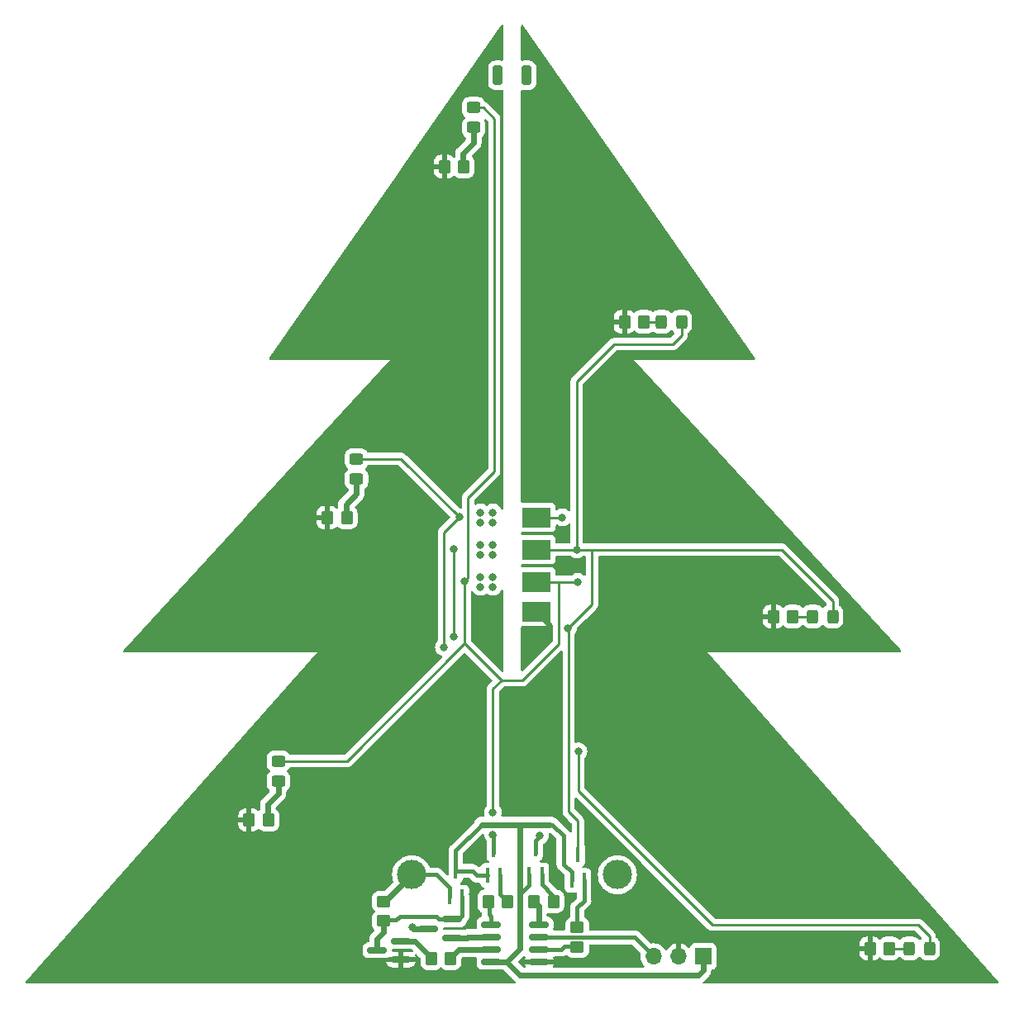
<source format=gbl>
G04 #@! TF.GenerationSoftware,KiCad,Pcbnew,7.0.8*
G04 #@! TF.CreationDate,2024-10-11T08:24:21+02:00*
G04 #@! TF.ProjectId,PCB_Christmas_Tree,5043425f-4368-4726-9973-746d61735f54,rev?*
G04 #@! TF.SameCoordinates,Original*
G04 #@! TF.FileFunction,Copper,L2,Bot*
G04 #@! TF.FilePolarity,Positive*
%FSLAX46Y46*%
G04 Gerber Fmt 4.6, Leading zero omitted, Abs format (unit mm)*
G04 Created by KiCad (PCBNEW 7.0.8) date 2024-10-11 08:24:21*
%MOMM*%
%LPD*%
G01*
G04 APERTURE LIST*
G04 Aperture macros list*
%AMRoundRect*
0 Rectangle with rounded corners*
0 $1 Rounding radius*
0 $2 $3 $4 $5 $6 $7 $8 $9 X,Y pos of 4 corners*
0 Add a 4 corners polygon primitive as box body*
4,1,4,$2,$3,$4,$5,$6,$7,$8,$9,$2,$3,0*
0 Add four circle primitives for the rounded corners*
1,1,$1+$1,$2,$3*
1,1,$1+$1,$4,$5*
1,1,$1+$1,$6,$7*
1,1,$1+$1,$8,$9*
0 Add four rect primitives between the rounded corners*
20,1,$1+$1,$2,$3,$4,$5,0*
20,1,$1+$1,$4,$5,$6,$7,0*
20,1,$1+$1,$6,$7,$8,$9,0*
20,1,$1+$1,$8,$9,$2,$3,0*%
G04 Aperture macros list end*
G04 #@! TA.AperFunction,SMDPad,CuDef*
%ADD10RoundRect,0.250000X0.250000X0.750000X-0.250000X0.750000X-0.250000X-0.750000X0.250000X-0.750000X0*%
G04 #@! TD*
G04 #@! TA.AperFunction,SMDPad,CuDef*
%ADD11RoundRect,0.250000X0.350000X0.450000X-0.350000X0.450000X-0.350000X-0.450000X0.350000X-0.450000X0*%
G04 #@! TD*
G04 #@! TA.AperFunction,SMDPad,CuDef*
%ADD12RoundRect,0.250000X-0.325000X-0.450000X0.325000X-0.450000X0.325000X0.450000X-0.325000X0.450000X0*%
G04 #@! TD*
G04 #@! TA.AperFunction,SMDPad,CuDef*
%ADD13RoundRect,0.250000X-0.350000X-0.450000X0.350000X-0.450000X0.350000X0.450000X-0.350000X0.450000X0*%
G04 #@! TD*
G04 #@! TA.AperFunction,SMDPad,CuDef*
%ADD14RoundRect,0.150000X-0.825000X-0.150000X0.825000X-0.150000X0.825000X0.150000X-0.825000X0.150000X0*%
G04 #@! TD*
G04 #@! TA.AperFunction,SMDPad,CuDef*
%ADD15R,0.450000X1.500000*%
G04 #@! TD*
G04 #@! TA.AperFunction,SMDPad,CuDef*
%ADD16RoundRect,0.250000X-0.450000X0.350000X-0.450000X-0.350000X0.450000X-0.350000X0.450000X0.350000X0*%
G04 #@! TD*
G04 #@! TA.AperFunction,SMDPad,CuDef*
%ADD17R,3.000000X2.000000*%
G04 #@! TD*
G04 #@! TA.AperFunction,SMDPad,CuDef*
%ADD18RoundRect,0.250000X0.450000X-0.325000X0.450000X0.325000X-0.450000X0.325000X-0.450000X-0.325000X0*%
G04 #@! TD*
G04 #@! TA.AperFunction,SMDPad,CuDef*
%ADD19RoundRect,0.150000X0.850000X0.150000X-0.850000X0.150000X-0.850000X-0.150000X0.850000X-0.150000X0*%
G04 #@! TD*
G04 #@! TA.AperFunction,ComponentPad*
%ADD20R,1.700000X1.700000*%
G04 #@! TD*
G04 #@! TA.AperFunction,ComponentPad*
%ADD21O,1.700000X1.700000*%
G04 #@! TD*
G04 #@! TA.AperFunction,SMDPad,CuDef*
%ADD22RoundRect,0.250000X0.450000X-0.350000X0.450000X0.350000X-0.450000X0.350000X-0.450000X-0.350000X0*%
G04 #@! TD*
G04 #@! TA.AperFunction,ComponentPad*
%ADD23C,3.000000*%
G04 #@! TD*
G04 #@! TA.AperFunction,ViaPad*
%ADD24C,0.800000*%
G04 #@! TD*
G04 #@! TA.AperFunction,Conductor*
%ADD25C,0.450000*%
G04 #@! TD*
G04 #@! TA.AperFunction,Conductor*
%ADD26C,0.250000*%
G04 #@! TD*
G04 #@! TA.AperFunction,Conductor*
%ADD27C,0.600000*%
G04 #@! TD*
G04 APERTURE END LIST*
D10*
X148118000Y-44241000D03*
D11*
X163079000Y-69514000D03*
X161079000Y-69514000D03*
X188234000Y-133776000D03*
X186234000Y-133776000D03*
D12*
X164873000Y-69514000D03*
X166923000Y-69514000D03*
D13*
X147118000Y-128950000D03*
X149118000Y-128950000D03*
D14*
X147399000Y-135139000D03*
X147399000Y-133869000D03*
X147399000Y-132599000D03*
X147399000Y-131329000D03*
X152349000Y-131329000D03*
X152349000Y-132599000D03*
X152349000Y-133869000D03*
X152349000Y-135139000D03*
D10*
X151039000Y-44241000D03*
D15*
X148326000Y-126294500D03*
X147026000Y-126294500D03*
X147676000Y-123634500D03*
D16*
X136434000Y-128966000D03*
X136434000Y-130966000D03*
D15*
X152622000Y-126216000D03*
X151322000Y-126216000D03*
X151972000Y-123556000D03*
X156962000Y-126802500D03*
X155662000Y-126802500D03*
X156312000Y-124142500D03*
D17*
X152030000Y-89574000D03*
X152030000Y-92876000D03*
X152030000Y-96178000D03*
X152030000Y-99226000D03*
D13*
X141276000Y-134792000D03*
X143276000Y-134792000D03*
D18*
X133630000Y-85625000D03*
X133630000Y-83575000D03*
D13*
X151793500Y-128950000D03*
X153793500Y-128950000D03*
D19*
X143419000Y-130794000D03*
X143419000Y-132694000D03*
X141006000Y-131744000D03*
D12*
X190273000Y-133776000D03*
X192323000Y-133776000D03*
D18*
X145630000Y-49600000D03*
X145630000Y-47550000D03*
D20*
X169155000Y-134600000D03*
D21*
X166615000Y-134600000D03*
X164075000Y-134600000D03*
D11*
X144630000Y-53600000D03*
X142630000Y-53600000D03*
X178328000Y-99740000D03*
X176328000Y-99740000D03*
D22*
X156246000Y-133633000D03*
X156246000Y-131633000D03*
D18*
X125630000Y-116625000D03*
X125630000Y-114575000D03*
D23*
X139274000Y-126227000D03*
X160356000Y-126227000D03*
D19*
X138163500Y-133014000D03*
X138163500Y-134914000D03*
X135750500Y-133964000D03*
D15*
X144450000Y-128502000D03*
X143150000Y-128502000D03*
X143800000Y-125842000D03*
D11*
X132630000Y-89600000D03*
X130630000Y-89600000D03*
D12*
X180367000Y-99740000D03*
X182417000Y-99740000D03*
D11*
X124630000Y-120600000D03*
X122630000Y-120600000D03*
D24*
X183995000Y-134036000D03*
X147610000Y-99740000D03*
X134757600Y-127121200D03*
X146340000Y-73070000D03*
X132268400Y-133623600D03*
X154330000Y-94533000D03*
X153604400Y-124276400D03*
X146340000Y-67990000D03*
X158074800Y-124581200D03*
X151724800Y-84855600D03*
X139730000Y-136100000D03*
X152690000Y-62910000D03*
X122718000Y-122600000D03*
X145628800Y-124124000D03*
X112253200Y-136011200D03*
X151420000Y-87243200D03*
X136484800Y-126562400D03*
X158074800Y-122752400D03*
X160564000Y-129407200D03*
X142682400Y-55442400D03*
X128306000Y-89707000D03*
X134605200Y-131337600D03*
X145476400Y-119755200D03*
X154468000Y-135173000D03*
X159497200Y-69514000D03*
X158659000Y-134665000D03*
X154671200Y-87649600D03*
X146340000Y-55290000D03*
X123734000Y-133522000D03*
X157770000Y-121126800D03*
X151674000Y-98724000D03*
X146340000Y-70530000D03*
X146340000Y-80690000D03*
X162138800Y-130931200D03*
X158633600Y-130931200D03*
X154010800Y-119298000D03*
X146340000Y-60370000D03*
X126477200Y-135858800D03*
X152690000Y-73070000D03*
X123327600Y-97809600D03*
X143292000Y-121584000D03*
X120686000Y-120568000D03*
X176413600Y-101975200D03*
X156550800Y-55442400D03*
X146340000Y-65450000D03*
X147559200Y-103448400D03*
X126629600Y-131337600D03*
X146340000Y-83230000D03*
X134554400Y-135808000D03*
X146289200Y-101721200D03*
X150861200Y-119602800D03*
X154330000Y-91358000D03*
X146340000Y-57830000D03*
X146340000Y-75610000D03*
X186268800Y-136011200D03*
X161199000Y-134665000D03*
X145578000Y-128188000D03*
X152690000Y-78150000D03*
X174483200Y-99689200D03*
X176464400Y-97657200D03*
X123378400Y-101772000D03*
X145019200Y-135452400D03*
X151674000Y-99740000D03*
X149337200Y-119602800D03*
X146340000Y-99740000D03*
X130998400Y-131388400D03*
X122667200Y-118637600D03*
X147711600Y-101670400D03*
X152690000Y-57830000D03*
X152690000Y-55290000D03*
X146340000Y-62910000D03*
X152690000Y-65450000D03*
X129779200Y-133522000D03*
X177582000Y-122092000D03*
X152690000Y-70530000D03*
X114082000Y-134030000D03*
X152690000Y-80690000D03*
X180071200Y-119704400D03*
X142225200Y-124428800D03*
X151521600Y-103397600D03*
X154061600Y-126816400D03*
X146340000Y-78150000D03*
X152944000Y-99740000D03*
X177632800Y-117266000D03*
X139634400Y-69412400D03*
X152690000Y-75610000D03*
X151420000Y-101670400D03*
X146340000Y-98724000D03*
X152944000Y-98724000D03*
X152690000Y-67990000D03*
X152690000Y-60370000D03*
X125308800Y-99740000D03*
X147610000Y-98724000D03*
X152842400Y-101670400D03*
X147508400Y-87141600D03*
X146340000Y-96692000D03*
X156296800Y-96178000D03*
X147610000Y-95676000D03*
X152944000Y-96692000D03*
X155293500Y-100946500D03*
X152944000Y-92374000D03*
X151674000Y-92374000D03*
X147610000Y-122092000D03*
X147610000Y-119806000D03*
X146340000Y-95676000D03*
X156195200Y-92876000D03*
X146340000Y-92374000D03*
X143596800Y-101822800D03*
X144714400Y-96172000D03*
X151674000Y-96692000D03*
X152944000Y-95676000D03*
X151674000Y-95676000D03*
X152944000Y-93390000D03*
X143596800Y-92870000D03*
X151674000Y-93390000D03*
X146340000Y-93390000D03*
X147610000Y-93390000D03*
X147610000Y-92374000D03*
X147610000Y-96692000D03*
X146340000Y-90088000D03*
X152436000Y-122219000D03*
X147610000Y-89072000D03*
X152944000Y-90088000D03*
X146340000Y-89072000D03*
X147610000Y-90088000D03*
X151674000Y-90088000D03*
X144206400Y-89568000D03*
X154722000Y-89574000D03*
X139355000Y-131617000D03*
X152944000Y-89072000D03*
X151674000Y-89072000D03*
X156373000Y-113575000D03*
X142580800Y-102889600D03*
X148130000Y-44300000D03*
X151030000Y-44300000D03*
D25*
X164075000Y-134600000D02*
X162108000Y-132633000D01*
D26*
X164873000Y-69514000D02*
X162991500Y-69514000D01*
D25*
X162108000Y-132633000D02*
X161580000Y-132633000D01*
X152349000Y-132599000D02*
X152383000Y-132633000D01*
X152383000Y-132633000D02*
X161580000Y-132633000D01*
X147399000Y-130474000D02*
X147399000Y-131329000D01*
X156962000Y-126802500D02*
X156962000Y-128869000D01*
D27*
X139585500Y-133014000D02*
X141363500Y-134792000D01*
D25*
X142079250Y-130794000D02*
X141779250Y-130494000D01*
D27*
X136447500Y-129053500D02*
X139274000Y-126227000D01*
X135750500Y-133964000D02*
X135730000Y-133943500D01*
D25*
X137704000Y-130878500D02*
X136434000Y-130878500D01*
D26*
X136434000Y-129053500D02*
X136447500Y-129053500D01*
D27*
X137958000Y-133014000D02*
X139585500Y-133014000D01*
D25*
X144450000Y-130459000D02*
X144115000Y-130794000D01*
X154849000Y-125140000D02*
X154849000Y-122219000D01*
X153706000Y-121076000D02*
X153452000Y-121076000D01*
D27*
X150404000Y-128188000D02*
X150404000Y-121330000D01*
D25*
X144450000Y-128502000D02*
X144450000Y-130459000D01*
X143150000Y-128502000D02*
X143150000Y-127538000D01*
X147205500Y-128950000D02*
X147205500Y-130280500D01*
D27*
X135730000Y-133943500D02*
X135730000Y-132829000D01*
D25*
X153706000Y-128315000D02*
X153706000Y-128950000D01*
D27*
X149515000Y-121076000D02*
X151420000Y-121076000D01*
D26*
X136083000Y-133964000D02*
X135750500Y-133964000D01*
D25*
X156246000Y-129585000D02*
X156246000Y-131720500D01*
X138088500Y-130494000D02*
X137704000Y-130878500D01*
X143800000Y-123743000D02*
X146467000Y-121076000D01*
X152622000Y-127231000D02*
X153706000Y-128315000D01*
X143150000Y-127538000D02*
X141839000Y-126227000D01*
D26*
X160356000Y-125553604D02*
X160356000Y-126227000D01*
D27*
X151881000Y-128950000D02*
X152309000Y-129378000D01*
D25*
X154629000Y-133869000D02*
X154976000Y-133522000D01*
X144115000Y-130794000D02*
X143213500Y-130794000D01*
D27*
X149007000Y-135139000D02*
X149024000Y-135156000D01*
X136434000Y-132125000D02*
X136434000Y-130878500D01*
D25*
X143213500Y-130794000D02*
X142079250Y-130794000D01*
X155662000Y-125953000D02*
X154849000Y-125140000D01*
X154849000Y-122219000D02*
X153706000Y-121076000D01*
X154976000Y-133522000D02*
X156222500Y-133522000D01*
X141839000Y-126227000D02*
X139274000Y-126227000D01*
X141779250Y-130494000D02*
X138088500Y-130494000D01*
D27*
X150404000Y-136536000D02*
X168670000Y-136536000D01*
D25*
X151322000Y-127270000D02*
X150404000Y-128188000D01*
X151322000Y-126216000D02*
X151322000Y-127270000D01*
D26*
X180367000Y-99740000D02*
X178240500Y-99740000D01*
D27*
X150658000Y-121076000D02*
X151420000Y-121076000D01*
X135730000Y-132829000D02*
X136434000Y-132125000D01*
X156222500Y-133522000D02*
X156246000Y-133545500D01*
D25*
X152622000Y-126216000D02*
X152622000Y-127231000D01*
X156962000Y-128869000D02*
X156246000Y-129585000D01*
D27*
X144111500Y-133869000D02*
X147399000Y-133869000D01*
D25*
X152349000Y-133869000D02*
X154629000Y-133869000D01*
D27*
X152309000Y-129378000D02*
X152309000Y-131289000D01*
X143188500Y-134792000D02*
X144111500Y-133869000D01*
D26*
X152309000Y-131289000D02*
X152349000Y-131329000D01*
D25*
X147205500Y-130280500D02*
X147399000Y-130474000D01*
D26*
X156195200Y-75660800D02*
X160056000Y-71800000D01*
D27*
X151420000Y-121076000D02*
X153452000Y-121076000D01*
X124542500Y-118997500D02*
X124542500Y-120600000D01*
D25*
X147026000Y-126294500D02*
X145970500Y-126294500D01*
X145518000Y-125842000D02*
X143800000Y-125842000D01*
D26*
X156195200Y-92876000D02*
X155744000Y-92876000D01*
X155293500Y-100946500D02*
X157770000Y-98470000D01*
X166025000Y-71800000D02*
X166923000Y-70902000D01*
X152430000Y-92876000D02*
X152030000Y-92876000D01*
D27*
X150404000Y-121330000D02*
X150658000Y-121076000D01*
X149515000Y-121076000D02*
X146467000Y-121076000D01*
D26*
X177169600Y-92876000D02*
X162342000Y-92876000D01*
X143800000Y-125394000D02*
X143800000Y-126234500D01*
X156195200Y-92876000D02*
X156195200Y-75660800D01*
D27*
X150404000Y-133776000D02*
X149024000Y-135156000D01*
X145630000Y-49600000D02*
X145630000Y-51174000D01*
X168670000Y-136536000D02*
X169155000Y-136051000D01*
X147399000Y-135139000D02*
X149007000Y-135139000D01*
D25*
X143800000Y-125842000D02*
X143800000Y-123743000D01*
D26*
X160056000Y-71800000D02*
X166025000Y-71800000D01*
X182417000Y-98123400D02*
X177169600Y-92876000D01*
D25*
X145970500Y-126294500D02*
X145518000Y-125842000D01*
D26*
X156312000Y-120697500D02*
X156312000Y-124535000D01*
D27*
X150404000Y-128188000D02*
X150404000Y-133776000D01*
X144542500Y-52261500D02*
X144542500Y-53600000D01*
X149024000Y-135156000D02*
X150404000Y-136536000D01*
D26*
X155357000Y-101010000D02*
X155357000Y-119742500D01*
X190273000Y-133776000D02*
X188146500Y-133776000D01*
X157770000Y-92876000D02*
X162342000Y-92876000D01*
X155744000Y-92876000D02*
X153458000Y-92876000D01*
D27*
X125630000Y-117910000D02*
X124542500Y-118997500D01*
X169155000Y-136051000D02*
X169155000Y-134600000D01*
D26*
X157770000Y-98470000D02*
X157770000Y-92876000D01*
D27*
X150404000Y-121330000D02*
X150150000Y-121076000D01*
D26*
X182417000Y-99740000D02*
X182417000Y-98123400D01*
X152944000Y-93390000D02*
X152430000Y-92876000D01*
X153458000Y-92876000D02*
X152944000Y-93390000D01*
D25*
X155662000Y-126802500D02*
X155662000Y-125953000D01*
D26*
X155293500Y-100946500D02*
X155357000Y-101010000D01*
D27*
X125630000Y-116625000D02*
X125630000Y-117910000D01*
X150150000Y-121076000D02*
X149515000Y-121076000D01*
X145630000Y-51174000D02*
X144542500Y-52261500D01*
D26*
X166923000Y-70902000D02*
X166923000Y-69514000D01*
X162342000Y-92876000D02*
X155744000Y-92876000D01*
X145070000Y-87548000D02*
X147737000Y-84881000D01*
X144701700Y-102521300D02*
X148473600Y-106293200D01*
X147737000Y-48686000D02*
X146601000Y-47550000D01*
D27*
X132542500Y-88264500D02*
X132542500Y-89600000D01*
D26*
X155357000Y-119742500D02*
X156312000Y-120697500D01*
X143596800Y-92870000D02*
X143596800Y-101822800D01*
X154341000Y-96178000D02*
X154976000Y-96178000D01*
X147610000Y-119806000D02*
X147610000Y-107156800D01*
X144714400Y-96172000D02*
X144714400Y-102508600D01*
X153446000Y-96178000D02*
X152944000Y-95676000D01*
D27*
X133630000Y-85625000D02*
X133630000Y-87177000D01*
X133630000Y-87177000D02*
X132542500Y-88264500D01*
D26*
X147610000Y-107156800D02*
X148473600Y-106293200D01*
X146601000Y-47550000D02*
X145630000Y-47550000D01*
X154341000Y-102559400D02*
X154341000Y-96178000D01*
X148473600Y-106293200D02*
X150607200Y-106293200D01*
X144714400Y-102508600D02*
X144308000Y-102915000D01*
X154976000Y-96178000D02*
X153446000Y-96178000D01*
X145070000Y-95816400D02*
X145070000Y-87548000D01*
D25*
X151972000Y-122683000D02*
X151972000Y-123948500D01*
D26*
X144714400Y-96172000D02*
X145070000Y-95816400D01*
X144308000Y-102915000D02*
X144701700Y-102521300D01*
X154722000Y-89574000D02*
X153446000Y-89574000D01*
X144167600Y-89568000D02*
X144206400Y-89568000D01*
D27*
X147676000Y-122158000D02*
X147610000Y-122092000D01*
D26*
X147737000Y-84881000D02*
X147737000Y-48686000D01*
X142580800Y-102889600D02*
X142580800Y-91154800D01*
X132648000Y-114575000D02*
X125630000Y-114575000D01*
X152442000Y-96178000D02*
X152030000Y-96178000D01*
X150607200Y-106293200D02*
X154341000Y-102559400D01*
X142580800Y-91154800D02*
X144167600Y-89568000D01*
X156296800Y-96178000D02*
X154976000Y-96178000D01*
D25*
X147676000Y-124027000D02*
X147676000Y-122158000D01*
D26*
X152944000Y-95676000D02*
X152442000Y-96178000D01*
X152442000Y-89574000D02*
X152030000Y-89574000D01*
X192323000Y-132515000D02*
X192323000Y-133776000D01*
X191171000Y-131363000D02*
X192323000Y-132515000D01*
X156373000Y-117647000D02*
X170089000Y-131363000D01*
X144308000Y-102915000D02*
X132648000Y-114575000D01*
X152944000Y-89072000D02*
X152442000Y-89574000D01*
X153446000Y-89574000D02*
X152944000Y-89072000D01*
D27*
X139355000Y-131617000D02*
X139482000Y-131744000D01*
X145070000Y-132599000D02*
X144975000Y-132694000D01*
D26*
X144194400Y-89568000D02*
X138201400Y-83575000D01*
D25*
X152436000Y-122219000D02*
X151972000Y-122683000D01*
D26*
X170089000Y-131363000D02*
X191171000Y-131363000D01*
X156373000Y-113575000D02*
X156373000Y-117647000D01*
D25*
X148326000Y-128245500D02*
X149030500Y-128950000D01*
D26*
X138201400Y-83575000D02*
X133630000Y-83575000D01*
D27*
X144975000Y-132694000D02*
X143213500Y-132694000D01*
X139482000Y-131744000D02*
X141338500Y-131744000D01*
D25*
X148326000Y-126294500D02*
X148326000Y-128245500D01*
D27*
X147399000Y-132599000D02*
X145070000Y-132599000D01*
D26*
X144206400Y-89568000D02*
X144194400Y-89568000D01*
G04 #@! TA.AperFunction,Conductor*
G36*
X148640131Y-39105941D02*
G01*
X148675694Y-39166083D01*
X148679500Y-39196569D01*
X148679500Y-42631870D01*
X148659815Y-42698909D01*
X148607011Y-42744664D01*
X148537853Y-42754608D01*
X148527468Y-42752161D01*
X148527414Y-42752418D01*
X148520795Y-42751000D01*
X148418010Y-42740500D01*
X147817998Y-42740500D01*
X147817980Y-42740501D01*
X147715203Y-42751000D01*
X147715200Y-42751001D01*
X147548668Y-42806185D01*
X147548663Y-42806187D01*
X147399342Y-42898289D01*
X147275289Y-43022342D01*
X147183187Y-43171663D01*
X147183186Y-43171666D01*
X147128001Y-43338203D01*
X147128001Y-43338204D01*
X147128000Y-43338204D01*
X147117500Y-43440983D01*
X147117500Y-45041001D01*
X147117501Y-45041018D01*
X147128000Y-45143796D01*
X147128001Y-45143799D01*
X147183185Y-45310331D01*
X147183186Y-45310334D01*
X147275288Y-45459656D01*
X147399344Y-45583712D01*
X147548666Y-45675814D01*
X147715203Y-45730999D01*
X147817991Y-45741500D01*
X148418008Y-45741499D01*
X148418016Y-45741498D01*
X148418019Y-45741498D01*
X148450039Y-45738227D01*
X148520797Y-45730999D01*
X148520804Y-45730996D01*
X148527414Y-45729582D01*
X148527939Y-45732037D01*
X148586281Y-45730010D01*
X148646336Y-45765720D01*
X148677551Y-45828230D01*
X148679500Y-45850129D01*
X148679500Y-88666597D01*
X148659815Y-88733636D01*
X148607011Y-88779391D01*
X148537853Y-88789335D01*
X148474297Y-88760310D01*
X148440511Y-88709353D01*
X148439825Y-88709659D01*
X148438007Y-88705577D01*
X148437569Y-88704916D01*
X148437180Y-88703719D01*
X148437179Y-88703718D01*
X148437179Y-88703716D01*
X148342533Y-88539784D01*
X148215871Y-88399112D01*
X148204432Y-88390801D01*
X148062734Y-88287851D01*
X148062729Y-88287848D01*
X147889807Y-88210857D01*
X147889802Y-88210855D01*
X147717847Y-88174306D01*
X147704646Y-88171500D01*
X147515354Y-88171500D01*
X147502153Y-88174306D01*
X147330197Y-88210855D01*
X147330192Y-88210857D01*
X147157270Y-88287848D01*
X147157265Y-88287851D01*
X147047885Y-88367321D01*
X146982079Y-88390801D01*
X146914025Y-88374975D01*
X146902115Y-88367321D01*
X146792734Y-88287851D01*
X146792729Y-88287848D01*
X146619807Y-88210857D01*
X146619802Y-88210855D01*
X146447847Y-88174306D01*
X146434646Y-88171500D01*
X146245354Y-88171500D01*
X146232153Y-88174306D01*
X146060197Y-88210855D01*
X146060192Y-88210857D01*
X145887270Y-88287848D01*
X145881637Y-88291101D01*
X145880145Y-88288517D01*
X145826483Y-88307617D01*
X145758441Y-88291739D01*
X145709785Y-88241595D01*
X145695500Y-88183814D01*
X145695500Y-87858451D01*
X145715185Y-87791412D01*
X145731814Y-87770775D01*
X148120786Y-85381802D01*
X148133048Y-85371980D01*
X148132865Y-85371759D01*
X148138867Y-85366792D01*
X148138877Y-85366786D01*
X148186241Y-85316348D01*
X148207120Y-85295470D01*
X148211373Y-85289986D01*
X148215150Y-85285563D01*
X148247062Y-85251582D01*
X148256714Y-85234023D01*
X148267389Y-85217772D01*
X148279674Y-85201936D01*
X148298186Y-85159152D01*
X148300742Y-85153935D01*
X148323197Y-85113092D01*
X148328180Y-85093680D01*
X148334477Y-85075291D01*
X148342438Y-85056895D01*
X148349729Y-85010853D01*
X148350908Y-85005162D01*
X148362500Y-84960019D01*
X148362500Y-84939983D01*
X148364027Y-84920582D01*
X148367160Y-84900804D01*
X148362775Y-84854415D01*
X148362500Y-84848577D01*
X148362500Y-48768742D01*
X148364224Y-48753122D01*
X148363939Y-48753095D01*
X148364673Y-48745333D01*
X148362500Y-48676172D01*
X148362500Y-48646656D01*
X148362500Y-48646650D01*
X148361631Y-48639779D01*
X148361173Y-48633952D01*
X148359710Y-48587373D01*
X148354119Y-48568130D01*
X148350173Y-48549078D01*
X148347664Y-48529208D01*
X148330504Y-48485867D01*
X148328624Y-48480379D01*
X148315618Y-48435610D01*
X148305422Y-48418370D01*
X148296861Y-48400894D01*
X148289487Y-48382270D01*
X148289486Y-48382268D01*
X148262079Y-48344545D01*
X148258888Y-48339686D01*
X148235172Y-48299583D01*
X148235165Y-48299574D01*
X148221006Y-48285415D01*
X148208368Y-48270619D01*
X148196594Y-48254413D01*
X148160688Y-48224709D01*
X148156376Y-48220786D01*
X147101803Y-47166212D01*
X147091980Y-47153950D01*
X147091759Y-47154134D01*
X147086786Y-47148123D01*
X147036364Y-47100773D01*
X147025919Y-47090328D01*
X147015475Y-47079883D01*
X147009986Y-47075625D01*
X147005561Y-47071847D01*
X146971582Y-47039938D01*
X146971580Y-47039936D01*
X146971577Y-47039935D01*
X146954029Y-47030288D01*
X146937763Y-47019604D01*
X146921933Y-47007325D01*
X146879168Y-46988818D01*
X146873922Y-46986248D01*
X146833093Y-46963803D01*
X146828478Y-46961976D01*
X146773392Y-46918996D01*
X146768584Y-46911779D01*
X146672712Y-46756344D01*
X146548657Y-46632289D01*
X146548656Y-46632288D01*
X146399334Y-46540186D01*
X146232797Y-46485001D01*
X146232795Y-46485000D01*
X146130010Y-46474500D01*
X145129998Y-46474500D01*
X145129980Y-46474501D01*
X145027203Y-46485000D01*
X145027200Y-46485001D01*
X144860668Y-46540185D01*
X144860663Y-46540187D01*
X144711342Y-46632289D01*
X144587289Y-46756342D01*
X144495187Y-46905663D01*
X144495186Y-46905666D01*
X144440001Y-47072203D01*
X144440001Y-47072204D01*
X144440000Y-47072204D01*
X144429500Y-47174983D01*
X144429500Y-47925001D01*
X144429501Y-47925019D01*
X144440000Y-48027796D01*
X144440001Y-48027799D01*
X144495185Y-48194331D01*
X144495186Y-48194334D01*
X144584839Y-48339686D01*
X144587289Y-48343657D01*
X144711346Y-48467714D01*
X144714182Y-48469463D01*
X144715717Y-48471170D01*
X144717011Y-48472193D01*
X144716836Y-48472414D01*
X144760905Y-48521411D01*
X144772126Y-48590374D01*
X144744282Y-48654456D01*
X144714182Y-48680537D01*
X144711346Y-48682285D01*
X144587289Y-48806342D01*
X144495187Y-48955663D01*
X144495186Y-48955666D01*
X144440001Y-49122203D01*
X144440001Y-49122204D01*
X144440000Y-49122204D01*
X144429500Y-49224983D01*
X144429500Y-49975001D01*
X144429501Y-49975019D01*
X144440000Y-50077796D01*
X144440001Y-50077799D01*
X144495185Y-50244331D01*
X144495186Y-50244334D01*
X144587288Y-50393656D01*
X144711344Y-50517712D01*
X144770596Y-50554258D01*
X144817321Y-50606204D01*
X144829500Y-50659797D01*
X144829500Y-50791060D01*
X144809815Y-50858099D01*
X144793181Y-50878741D01*
X143912686Y-51759235D01*
X143912683Y-51759239D01*
X143890466Y-51794596D01*
X143886441Y-51800269D01*
X143860410Y-51832910D01*
X143842291Y-51870533D01*
X143838927Y-51876620D01*
X143816712Y-51911976D01*
X143816708Y-51911983D01*
X143802916Y-51951395D01*
X143800255Y-51957820D01*
X143782139Y-51995439D01*
X143772844Y-52036159D01*
X143770919Y-52042841D01*
X143757132Y-52082244D01*
X143752455Y-52123735D01*
X143751291Y-52130589D01*
X143742000Y-52171306D01*
X143742000Y-52551977D01*
X143722315Y-52619016D01*
X143669511Y-52664771D01*
X143600353Y-52674715D01*
X143536797Y-52645690D01*
X143530319Y-52639658D01*
X143448345Y-52557684D01*
X143299124Y-52465643D01*
X143299119Y-52465641D01*
X143132697Y-52410494D01*
X143132690Y-52410493D01*
X143029986Y-52400000D01*
X142880000Y-52400000D01*
X142880000Y-54799999D01*
X143029972Y-54799999D01*
X143029986Y-54799998D01*
X143132697Y-54789505D01*
X143299119Y-54734358D01*
X143299124Y-54734356D01*
X143448342Y-54642317D01*
X143541964Y-54548695D01*
X143603287Y-54515210D01*
X143672979Y-54520194D01*
X143717327Y-54548695D01*
X143811344Y-54642712D01*
X143960666Y-54734814D01*
X144127203Y-54789999D01*
X144229991Y-54800500D01*
X145030008Y-54800499D01*
X145030016Y-54800498D01*
X145030019Y-54800498D01*
X145086302Y-54794748D01*
X145132797Y-54789999D01*
X145299334Y-54734814D01*
X145448656Y-54642712D01*
X145572712Y-54518656D01*
X145664814Y-54369334D01*
X145719999Y-54202797D01*
X145730500Y-54100009D01*
X145730499Y-53099992D01*
X145719999Y-52997203D01*
X145664814Y-52830666D01*
X145572712Y-52681344D01*
X145501403Y-52610035D01*
X145467918Y-52548712D01*
X145472902Y-52479020D01*
X145501400Y-52434676D01*
X146227826Y-51708252D01*
X146259816Y-51676262D01*
X146282037Y-51640895D01*
X146286052Y-51635236D01*
X146312091Y-51602587D01*
X146330209Y-51564961D01*
X146333565Y-51558889D01*
X146355789Y-51523522D01*
X146369580Y-51484105D01*
X146372236Y-51477693D01*
X146390360Y-51440061D01*
X146399658Y-51399321D01*
X146401571Y-51392680D01*
X146415368Y-51353255D01*
X146420043Y-51311760D01*
X146421208Y-51304905D01*
X146422726Y-51298249D01*
X146430500Y-51264194D01*
X146430500Y-51083806D01*
X146430500Y-50659797D01*
X146450185Y-50592758D01*
X146489403Y-50554258D01*
X146548656Y-50517712D01*
X146672712Y-50393656D01*
X146764814Y-50244334D01*
X146819999Y-50077797D01*
X146830500Y-49975009D01*
X146830499Y-49224992D01*
X146819999Y-49122203D01*
X146764814Y-48955666D01*
X146746681Y-48926268D01*
X146728242Y-48858877D01*
X146749165Y-48792214D01*
X146802807Y-48747444D01*
X146872138Y-48738783D01*
X146935145Y-48768980D01*
X146939902Y-48773492D01*
X147075181Y-48908771D01*
X147108666Y-48970094D01*
X147111500Y-48996452D01*
X147111500Y-84570546D01*
X147091815Y-84637585D01*
X147075181Y-84658227D01*
X144686208Y-87047199D01*
X144673951Y-87057020D01*
X144674134Y-87057241D01*
X144668123Y-87062213D01*
X144620772Y-87112636D01*
X144599889Y-87133519D01*
X144599877Y-87133532D01*
X144595621Y-87139017D01*
X144591837Y-87143447D01*
X144559937Y-87177418D01*
X144559936Y-87177420D01*
X144550284Y-87194976D01*
X144539610Y-87211226D01*
X144527329Y-87227061D01*
X144527324Y-87227068D01*
X144508815Y-87269838D01*
X144506245Y-87275084D01*
X144483803Y-87315906D01*
X144478822Y-87335307D01*
X144472521Y-87353710D01*
X144464562Y-87372102D01*
X144464561Y-87372105D01*
X144457271Y-87418127D01*
X144456087Y-87423846D01*
X144444501Y-87468972D01*
X144444500Y-87468982D01*
X144444500Y-87489016D01*
X144442973Y-87508415D01*
X144439840Y-87528194D01*
X144439840Y-87528195D01*
X144444225Y-87574583D01*
X144444500Y-87580421D01*
X144444500Y-88544864D01*
X144424815Y-88611903D01*
X144372011Y-88657658D01*
X144307647Y-88666912D01*
X144307514Y-88668179D01*
X144301051Y-88667500D01*
X144301046Y-88667500D01*
X144229852Y-88667500D01*
X144162813Y-88647815D01*
X144142171Y-88631181D01*
X138702203Y-83191212D01*
X138692380Y-83178950D01*
X138692159Y-83179134D01*
X138687186Y-83173123D01*
X138636764Y-83125773D01*
X138626319Y-83115328D01*
X138615875Y-83104883D01*
X138610386Y-83100625D01*
X138605961Y-83096847D01*
X138571982Y-83064938D01*
X138571980Y-83064936D01*
X138571977Y-83064935D01*
X138554429Y-83055288D01*
X138538163Y-83044604D01*
X138522333Y-83032325D01*
X138479568Y-83013818D01*
X138474322Y-83011248D01*
X138433493Y-82988803D01*
X138433492Y-82988802D01*
X138414093Y-82983822D01*
X138395681Y-82977518D01*
X138377298Y-82969562D01*
X138377292Y-82969560D01*
X138331274Y-82962272D01*
X138325552Y-82961087D01*
X138280421Y-82949500D01*
X138280419Y-82949500D01*
X138260384Y-82949500D01*
X138240986Y-82947973D01*
X138233562Y-82946797D01*
X138221205Y-82944840D01*
X138221204Y-82944840D01*
X138174816Y-82949225D01*
X138168978Y-82949500D01*
X134845638Y-82949500D01*
X134778599Y-82929815D01*
X134740099Y-82890597D01*
X134672712Y-82781344D01*
X134548656Y-82657288D01*
X134399334Y-82565186D01*
X134232797Y-82510001D01*
X134232795Y-82510000D01*
X134130010Y-82499500D01*
X133129998Y-82499500D01*
X133129980Y-82499501D01*
X133027203Y-82510000D01*
X133027200Y-82510001D01*
X132860668Y-82565185D01*
X132860663Y-82565187D01*
X132711342Y-82657289D01*
X132587289Y-82781342D01*
X132495187Y-82930663D01*
X132495185Y-82930668D01*
X132475921Y-82988803D01*
X132440001Y-83097203D01*
X132440001Y-83097204D01*
X132440000Y-83097204D01*
X132429500Y-83199983D01*
X132429500Y-83950001D01*
X132429501Y-83950019D01*
X132440000Y-84052796D01*
X132440001Y-84052799D01*
X132495185Y-84219331D01*
X132495187Y-84219336D01*
X132587289Y-84368657D01*
X132711346Y-84492714D01*
X132714182Y-84494463D01*
X132715717Y-84496170D01*
X132717011Y-84497193D01*
X132716836Y-84497414D01*
X132760905Y-84546411D01*
X132772126Y-84615374D01*
X132744282Y-84679456D01*
X132714182Y-84705537D01*
X132711346Y-84707285D01*
X132587289Y-84831342D01*
X132495187Y-84980663D01*
X132495186Y-84980666D01*
X132440001Y-85147203D01*
X132440001Y-85147204D01*
X132440000Y-85147204D01*
X132429500Y-85249983D01*
X132429500Y-86000001D01*
X132429501Y-86000019D01*
X132440000Y-86102796D01*
X132440001Y-86102799D01*
X132495185Y-86269331D01*
X132495186Y-86269334D01*
X132587288Y-86418656D01*
X132711344Y-86542712D01*
X132770596Y-86579258D01*
X132817321Y-86631204D01*
X132829500Y-86684797D01*
X132829500Y-86794060D01*
X132809815Y-86861099D01*
X132793181Y-86881741D01*
X131912686Y-87762235D01*
X131912683Y-87762239D01*
X131890466Y-87797596D01*
X131886441Y-87803269D01*
X131860410Y-87835910D01*
X131842291Y-87873533D01*
X131838927Y-87879620D01*
X131816712Y-87914976D01*
X131816708Y-87914983D01*
X131802916Y-87954395D01*
X131800255Y-87960820D01*
X131782139Y-87998439D01*
X131772844Y-88039159D01*
X131770919Y-88045841D01*
X131757132Y-88085244D01*
X131752455Y-88126735D01*
X131751291Y-88133589D01*
X131742000Y-88174306D01*
X131742000Y-88551977D01*
X131722315Y-88619016D01*
X131669511Y-88664771D01*
X131600353Y-88674715D01*
X131536797Y-88645690D01*
X131530319Y-88639658D01*
X131448345Y-88557684D01*
X131299124Y-88465643D01*
X131299119Y-88465641D01*
X131132697Y-88410494D01*
X131132690Y-88410493D01*
X131029986Y-88400000D01*
X130880000Y-88400000D01*
X130880000Y-90799999D01*
X131029972Y-90799999D01*
X131029986Y-90799998D01*
X131132697Y-90789505D01*
X131299119Y-90734358D01*
X131299124Y-90734356D01*
X131448342Y-90642317D01*
X131541964Y-90548695D01*
X131603287Y-90515210D01*
X131672979Y-90520194D01*
X131717327Y-90548695D01*
X131811344Y-90642712D01*
X131960666Y-90734814D01*
X132127203Y-90789999D01*
X132229991Y-90800500D01*
X133030008Y-90800499D01*
X133030016Y-90800498D01*
X133030019Y-90800498D01*
X133106571Y-90792678D01*
X133132797Y-90789999D01*
X133299334Y-90734814D01*
X133448656Y-90642712D01*
X133572712Y-90518656D01*
X133664814Y-90369334D01*
X133719999Y-90202797D01*
X133730500Y-90100009D01*
X133730499Y-89099992D01*
X133719999Y-88997203D01*
X133664814Y-88830666D01*
X133572712Y-88681344D01*
X133502903Y-88611535D01*
X133469418Y-88550212D01*
X133474402Y-88480520D01*
X133502900Y-88436176D01*
X134227826Y-87711252D01*
X134259816Y-87679262D01*
X134282037Y-87643895D01*
X134286052Y-87638236D01*
X134312091Y-87605587D01*
X134330209Y-87567961D01*
X134333565Y-87561889D01*
X134355789Y-87526522D01*
X134369580Y-87487105D01*
X134372236Y-87480693D01*
X134390360Y-87443061D01*
X134399658Y-87402321D01*
X134401571Y-87395680D01*
X134415368Y-87356255D01*
X134420043Y-87314760D01*
X134421208Y-87307905D01*
X134428699Y-87275084D01*
X134430500Y-87267194D01*
X134430500Y-87086806D01*
X134430500Y-86684797D01*
X134450185Y-86617758D01*
X134489403Y-86579258D01*
X134548656Y-86542712D01*
X134672712Y-86418656D01*
X134764814Y-86269334D01*
X134819999Y-86102797D01*
X134830500Y-86000009D01*
X134830499Y-85249992D01*
X134819999Y-85147203D01*
X134764814Y-84980666D01*
X134672712Y-84831344D01*
X134548656Y-84707288D01*
X134545819Y-84705538D01*
X134544283Y-84703830D01*
X134542989Y-84702807D01*
X134543163Y-84702585D01*
X134499096Y-84653594D01*
X134487872Y-84584632D01*
X134515713Y-84520549D01*
X134545817Y-84494462D01*
X134548656Y-84492712D01*
X134672712Y-84368656D01*
X134740099Y-84259402D01*
X134792047Y-84212679D01*
X134845638Y-84200500D01*
X137890948Y-84200500D01*
X137957987Y-84220185D01*
X137978629Y-84236819D01*
X143208727Y-89466918D01*
X143242212Y-89528241D01*
X143237228Y-89597933D01*
X143208727Y-89642280D01*
X142197008Y-90653999D01*
X142184751Y-90663820D01*
X142184934Y-90664041D01*
X142178923Y-90669013D01*
X142131572Y-90719436D01*
X142110689Y-90740319D01*
X142110677Y-90740332D01*
X142106421Y-90745817D01*
X142102637Y-90750247D01*
X142070737Y-90784218D01*
X142070736Y-90784220D01*
X142061084Y-90801776D01*
X142050410Y-90818026D01*
X142038129Y-90833861D01*
X142038124Y-90833868D01*
X142019615Y-90876638D01*
X142017045Y-90881884D01*
X141994603Y-90922706D01*
X141989622Y-90942107D01*
X141983321Y-90960510D01*
X141975362Y-90978902D01*
X141975361Y-90978905D01*
X141968071Y-91024927D01*
X141966887Y-91030646D01*
X141955301Y-91075772D01*
X141955300Y-91075782D01*
X141955300Y-91095816D01*
X141953773Y-91115215D01*
X141950640Y-91134994D01*
X141950640Y-91134995D01*
X141955025Y-91181383D01*
X141955300Y-91187221D01*
X141955300Y-102190912D01*
X141935615Y-102257951D01*
X141923450Y-102273884D01*
X141848266Y-102357384D01*
X141753621Y-102521315D01*
X141753618Y-102521322D01*
X141695127Y-102701340D01*
X141695126Y-102701344D01*
X141675340Y-102889600D01*
X141695126Y-103077856D01*
X141695127Y-103077859D01*
X141753618Y-103257877D01*
X141753621Y-103257884D01*
X141848267Y-103421816D01*
X141912876Y-103493571D01*
X141974929Y-103562488D01*
X142128065Y-103673748D01*
X142128070Y-103673751D01*
X142300991Y-103750742D01*
X142300993Y-103750742D01*
X142300997Y-103750744D01*
X142314025Y-103753513D01*
X142375505Y-103786705D01*
X142409282Y-103847867D01*
X142404630Y-103917582D01*
X142375924Y-103962484D01*
X132425228Y-113913181D01*
X132363905Y-113946666D01*
X132337547Y-113949500D01*
X126845638Y-113949500D01*
X126778599Y-113929815D01*
X126740099Y-113890597D01*
X126672712Y-113781344D01*
X126548656Y-113657288D01*
X126399334Y-113565186D01*
X126232797Y-113510001D01*
X126232795Y-113510000D01*
X126130010Y-113499500D01*
X125129998Y-113499500D01*
X125129980Y-113499501D01*
X125027203Y-113510000D01*
X125027200Y-113510001D01*
X124860668Y-113565185D01*
X124860663Y-113565187D01*
X124711342Y-113657289D01*
X124587289Y-113781342D01*
X124495187Y-113930663D01*
X124495186Y-113930666D01*
X124440001Y-114097203D01*
X124440001Y-114097204D01*
X124440000Y-114097204D01*
X124429500Y-114199983D01*
X124429500Y-114950001D01*
X124429501Y-114950019D01*
X124440000Y-115052796D01*
X124440001Y-115052799D01*
X124495185Y-115219331D01*
X124495187Y-115219336D01*
X124587289Y-115368657D01*
X124711346Y-115492714D01*
X124714182Y-115494463D01*
X124715717Y-115496170D01*
X124717011Y-115497193D01*
X124716836Y-115497414D01*
X124760905Y-115546411D01*
X124772126Y-115615374D01*
X124744282Y-115679456D01*
X124714182Y-115705537D01*
X124711346Y-115707285D01*
X124587289Y-115831342D01*
X124495187Y-115980663D01*
X124495186Y-115980666D01*
X124440001Y-116147203D01*
X124440001Y-116147204D01*
X124440000Y-116147204D01*
X124429500Y-116249983D01*
X124429500Y-117000001D01*
X124429501Y-117000019D01*
X124440000Y-117102796D01*
X124440001Y-117102799D01*
X124495185Y-117269331D01*
X124495187Y-117269336D01*
X124587289Y-117418657D01*
X124700595Y-117531963D01*
X124734080Y-117593286D01*
X124729096Y-117662978D01*
X124700595Y-117707325D01*
X124040238Y-118367684D01*
X123912686Y-118495235D01*
X123912683Y-118495239D01*
X123890466Y-118530596D01*
X123886441Y-118536269D01*
X123860410Y-118568910D01*
X123842291Y-118606533D01*
X123838927Y-118612620D01*
X123816712Y-118647976D01*
X123816708Y-118647983D01*
X123802916Y-118687395D01*
X123800255Y-118693820D01*
X123782139Y-118731439D01*
X123772844Y-118772159D01*
X123770919Y-118778841D01*
X123757132Y-118818244D01*
X123752455Y-118859735D01*
X123751291Y-118866589D01*
X123742000Y-118907306D01*
X123742000Y-119551977D01*
X123722315Y-119619016D01*
X123669511Y-119664771D01*
X123600353Y-119674715D01*
X123536797Y-119645690D01*
X123530319Y-119639658D01*
X123448345Y-119557684D01*
X123299124Y-119465643D01*
X123299119Y-119465641D01*
X123132697Y-119410494D01*
X123132690Y-119410493D01*
X123029986Y-119400000D01*
X122880000Y-119400000D01*
X122880000Y-121799999D01*
X123029972Y-121799999D01*
X123029986Y-121799998D01*
X123132697Y-121789505D01*
X123299119Y-121734358D01*
X123299124Y-121734356D01*
X123448342Y-121642317D01*
X123541964Y-121548695D01*
X123603287Y-121515210D01*
X123672979Y-121520194D01*
X123717327Y-121548695D01*
X123811344Y-121642712D01*
X123960666Y-121734814D01*
X124127203Y-121789999D01*
X124229991Y-121800500D01*
X125030008Y-121800499D01*
X125030016Y-121800498D01*
X125030019Y-121800498D01*
X125086302Y-121794748D01*
X125132797Y-121789999D01*
X125299334Y-121734814D01*
X125448656Y-121642712D01*
X125572712Y-121518656D01*
X125664814Y-121369334D01*
X125719999Y-121202797D01*
X125730500Y-121100009D01*
X125730499Y-120099992D01*
X125729356Y-120088807D01*
X125719999Y-119997203D01*
X125719998Y-119997200D01*
X125702812Y-119945337D01*
X125664814Y-119830666D01*
X125572712Y-119681344D01*
X125448656Y-119557288D01*
X125448655Y-119557287D01*
X125401902Y-119528449D01*
X125355178Y-119476500D01*
X125343000Y-119422911D01*
X125343000Y-119380440D01*
X125362685Y-119313401D01*
X125379319Y-119292759D01*
X125764772Y-118907306D01*
X126227826Y-118444252D01*
X126259816Y-118412262D01*
X126282037Y-118376895D01*
X126286052Y-118371236D01*
X126312091Y-118338587D01*
X126330209Y-118300961D01*
X126333565Y-118294889D01*
X126355789Y-118259522D01*
X126369580Y-118220105D01*
X126372236Y-118213693D01*
X126390360Y-118176061D01*
X126399658Y-118135321D01*
X126401571Y-118128680D01*
X126415368Y-118089255D01*
X126420043Y-118047760D01*
X126421208Y-118040905D01*
X126422726Y-118034249D01*
X126430500Y-118000194D01*
X126430500Y-117819806D01*
X126430500Y-117684797D01*
X126450185Y-117617758D01*
X126489403Y-117579258D01*
X126548656Y-117542712D01*
X126672712Y-117418656D01*
X126764814Y-117269334D01*
X126819999Y-117102797D01*
X126830500Y-117000009D01*
X126830499Y-116249992D01*
X126819999Y-116147203D01*
X126764814Y-115980666D01*
X126672712Y-115831344D01*
X126548656Y-115707288D01*
X126545819Y-115705538D01*
X126544283Y-115703830D01*
X126542989Y-115702807D01*
X126543163Y-115702585D01*
X126499096Y-115653594D01*
X126487872Y-115584632D01*
X126515713Y-115520549D01*
X126545817Y-115494462D01*
X126548656Y-115492712D01*
X126672712Y-115368656D01*
X126740099Y-115259402D01*
X126792047Y-115212679D01*
X126845638Y-115200500D01*
X132565257Y-115200500D01*
X132580877Y-115202224D01*
X132580904Y-115201939D01*
X132588660Y-115202671D01*
X132588667Y-115202673D01*
X132657814Y-115200500D01*
X132687350Y-115200500D01*
X132694228Y-115199630D01*
X132700041Y-115199172D01*
X132746627Y-115197709D01*
X132765869Y-115192117D01*
X132784912Y-115188174D01*
X132804792Y-115185664D01*
X132848122Y-115168507D01*
X132853646Y-115166617D01*
X132857396Y-115165527D01*
X132898390Y-115153618D01*
X132915629Y-115143422D01*
X132933103Y-115134862D01*
X132951727Y-115127488D01*
X132951727Y-115127487D01*
X132951732Y-115127486D01*
X132989449Y-115100082D01*
X132994305Y-115096892D01*
X133034420Y-115073170D01*
X133048589Y-115058999D01*
X133063379Y-115046368D01*
X133079587Y-115034594D01*
X133109299Y-114998676D01*
X133113212Y-114994376D01*
X144614020Y-103493569D01*
X144675341Y-103460086D01*
X144745033Y-103465070D01*
X144789380Y-103493571D01*
X147501327Y-106205518D01*
X147534812Y-106266841D01*
X147529828Y-106336533D01*
X147501327Y-106380880D01*
X147226208Y-106655999D01*
X147213951Y-106665820D01*
X147214134Y-106666041D01*
X147208123Y-106671013D01*
X147160772Y-106721436D01*
X147139889Y-106742319D01*
X147139877Y-106742332D01*
X147135621Y-106747817D01*
X147131837Y-106752247D01*
X147099937Y-106786218D01*
X147099936Y-106786220D01*
X147090284Y-106803776D01*
X147079610Y-106820026D01*
X147067329Y-106835861D01*
X147067324Y-106835868D01*
X147048815Y-106878638D01*
X147046245Y-106883884D01*
X147023803Y-106924706D01*
X147018822Y-106944107D01*
X147012521Y-106962510D01*
X147004562Y-106980902D01*
X147004561Y-106980905D01*
X146997271Y-107026927D01*
X146996087Y-107032646D01*
X146984501Y-107077772D01*
X146984500Y-107077782D01*
X146984500Y-107097816D01*
X146982973Y-107117215D01*
X146979840Y-107136994D01*
X146979840Y-107136995D01*
X146984225Y-107183383D01*
X146984500Y-107189221D01*
X146984500Y-119107312D01*
X146964815Y-119174351D01*
X146952650Y-119190284D01*
X146877466Y-119273784D01*
X146782821Y-119437715D01*
X146782818Y-119437722D01*
X146724327Y-119617740D01*
X146724326Y-119617744D01*
X146704540Y-119806000D01*
X146724326Y-119994256D01*
X146724327Y-119994259D01*
X146762967Y-120113182D01*
X146764962Y-120183023D01*
X146728881Y-120242856D01*
X146666180Y-120273684D01*
X146645036Y-120275500D01*
X146422039Y-120275500D01*
X146287750Y-120290630D01*
X146287745Y-120290631D01*
X146117476Y-120350211D01*
X145964737Y-120446184D01*
X145837184Y-120573737D01*
X145741212Y-120726474D01*
X145724022Y-120775600D01*
X145694662Y-120822324D01*
X143330760Y-123186227D01*
X143317133Y-123198005D01*
X143298738Y-123211700D01*
X143298737Y-123211701D01*
X143266328Y-123250325D01*
X143262680Y-123254307D01*
X143257116Y-123259872D01*
X143237467Y-123284721D01*
X143189726Y-123341617D01*
X143185760Y-123347648D01*
X143185681Y-123347596D01*
X143182016Y-123353348D01*
X143182098Y-123353398D01*
X143178306Y-123359544D01*
X143146938Y-123426816D01*
X143113610Y-123493177D01*
X143111142Y-123499960D01*
X143111052Y-123499927D01*
X143108816Y-123506362D01*
X143108907Y-123506393D01*
X143106637Y-123513243D01*
X143091623Y-123585950D01*
X143074499Y-123658205D01*
X143073661Y-123665376D01*
X143073564Y-123665364D01*
X143072872Y-123672135D01*
X143072969Y-123672144D01*
X143072339Y-123679333D01*
X143074500Y-123753567D01*
X143074500Y-125819090D01*
X143074395Y-125822695D01*
X143070797Y-125884468D01*
X143070797Y-125884480D01*
X143072616Y-125894793D01*
X143074500Y-125916324D01*
X143074500Y-126137127D01*
X143054815Y-126204166D01*
X143002011Y-126249921D01*
X142932853Y-126259865D01*
X142869297Y-126230840D01*
X142862819Y-126224808D01*
X142395771Y-125757760D01*
X142383989Y-125744126D01*
X142370308Y-125725750D01*
X142370307Y-125725749D01*
X142370302Y-125725742D01*
X142331665Y-125693321D01*
X142327679Y-125689668D01*
X142322128Y-125684116D01*
X142322123Y-125684112D01*
X142297277Y-125664467D01*
X142292511Y-125660468D01*
X142240383Y-125616727D01*
X142240380Y-125616725D01*
X142234348Y-125612758D01*
X142234401Y-125612676D01*
X142228656Y-125609017D01*
X142228605Y-125609100D01*
X142222458Y-125605308D01*
X142155183Y-125573938D01*
X142088821Y-125540610D01*
X142082035Y-125538140D01*
X142082067Y-125538050D01*
X142075641Y-125535816D01*
X142075611Y-125535908D01*
X142068755Y-125533636D01*
X141996050Y-125518623D01*
X141923792Y-125501498D01*
X141916624Y-125500661D01*
X141916635Y-125500564D01*
X141909867Y-125499872D01*
X141909859Y-125499969D01*
X141902668Y-125499339D01*
X141828432Y-125501500D01*
X141224617Y-125501500D01*
X141157578Y-125481815D01*
X141111823Y-125429011D01*
X141108435Y-125420833D01*
X141107426Y-125418129D01*
X141098367Y-125393839D01*
X141097908Y-125392999D01*
X140961229Y-125142690D01*
X140961224Y-125142682D01*
X140789745Y-124913612D01*
X140789729Y-124913594D01*
X140587405Y-124711270D01*
X140587387Y-124711254D01*
X140358317Y-124539775D01*
X140358309Y-124539770D01*
X140107166Y-124402635D01*
X140107167Y-124402635D01*
X139999915Y-124362632D01*
X139839046Y-124302631D01*
X139839043Y-124302630D01*
X139839037Y-124302628D01*
X139559433Y-124241804D01*
X139274001Y-124221390D01*
X139273999Y-124221390D01*
X138988566Y-124241804D01*
X138708962Y-124302628D01*
X138440833Y-124402635D01*
X138189690Y-124539770D01*
X138189682Y-124539775D01*
X137960612Y-124711254D01*
X137960594Y-124711270D01*
X137758270Y-124913594D01*
X137758254Y-124913612D01*
X137586775Y-125142682D01*
X137586770Y-125142690D01*
X137449635Y-125393833D01*
X137349628Y-125661962D01*
X137288804Y-125941566D01*
X137268390Y-126226998D01*
X137268390Y-126227001D01*
X137288804Y-126512433D01*
X137349631Y-126792047D01*
X137383514Y-126882893D01*
X137388498Y-126952585D01*
X137355013Y-127013907D01*
X136539739Y-127829181D01*
X136478416Y-127862666D01*
X136452058Y-127865500D01*
X135933998Y-127865500D01*
X135933980Y-127865501D01*
X135831203Y-127876000D01*
X135831200Y-127876001D01*
X135664668Y-127931185D01*
X135664663Y-127931187D01*
X135515342Y-128023289D01*
X135391289Y-128147342D01*
X135299187Y-128296663D01*
X135299186Y-128296666D01*
X135244001Y-128463203D01*
X135244001Y-128463204D01*
X135244000Y-128463204D01*
X135233500Y-128565983D01*
X135233500Y-129366001D01*
X135233501Y-129366019D01*
X135244000Y-129468796D01*
X135244001Y-129468799D01*
X135299185Y-129635331D01*
X135299186Y-129635334D01*
X135390421Y-129783251D01*
X135391289Y-129784657D01*
X135484951Y-129878319D01*
X135518436Y-129939642D01*
X135513452Y-130009334D01*
X135484951Y-130053681D01*
X135391289Y-130147342D01*
X135299187Y-130296663D01*
X135299185Y-130296668D01*
X135280109Y-130354235D01*
X135244001Y-130463203D01*
X135244001Y-130463204D01*
X135244000Y-130463204D01*
X135233500Y-130565983D01*
X135233500Y-131366001D01*
X135233501Y-131366019D01*
X135244000Y-131468796D01*
X135244001Y-131468799D01*
X135288803Y-131604000D01*
X135299186Y-131635334D01*
X135391287Y-131784655D01*
X135391289Y-131784657D01*
X135429095Y-131822463D01*
X135462580Y-131883786D01*
X135457596Y-131953478D01*
X135429096Y-131997825D01*
X135227738Y-132199184D01*
X135100186Y-132326735D01*
X135100183Y-132326739D01*
X135077966Y-132362096D01*
X135073941Y-132367769D01*
X135047910Y-132400410D01*
X135029791Y-132438033D01*
X135026427Y-132444120D01*
X135004212Y-132479476D01*
X135004208Y-132479483D01*
X134990416Y-132518895D01*
X134987755Y-132525320D01*
X134969639Y-132562939D01*
X134960344Y-132603659D01*
X134958419Y-132610341D01*
X134944632Y-132649744D01*
X134939955Y-132691235D01*
X134938791Y-132698089D01*
X134929500Y-132738806D01*
X134929500Y-133041422D01*
X134909815Y-133108461D01*
X134857011Y-133154216D01*
X134815232Y-133165040D01*
X134797931Y-133166401D01*
X134797926Y-133166402D01*
X134640106Y-133212254D01*
X134640103Y-133212255D01*
X134498637Y-133295917D01*
X134498629Y-133295923D01*
X134382423Y-133412129D01*
X134382417Y-133412137D01*
X134298755Y-133553603D01*
X134298754Y-133553606D01*
X134252902Y-133711426D01*
X134252901Y-133711432D01*
X134250000Y-133748304D01*
X134250000Y-134179696D01*
X134252901Y-134216567D01*
X134252902Y-134216573D01*
X134298754Y-134374393D01*
X134298755Y-134374396D01*
X134298756Y-134374398D01*
X134317337Y-134405817D01*
X134382417Y-134515862D01*
X134382423Y-134515870D01*
X134498629Y-134632076D01*
X134498633Y-134632079D01*
X134498635Y-134632081D01*
X134640102Y-134715744D01*
X134658854Y-134721192D01*
X134797926Y-134761597D01*
X134797929Y-134761597D01*
X134797931Y-134761598D01*
X134810222Y-134762565D01*
X134834804Y-134764500D01*
X134834806Y-134764500D01*
X136666196Y-134764500D01*
X136684631Y-134763049D01*
X136703069Y-134761598D01*
X136703071Y-134761597D01*
X136703073Y-134761597D01*
X136770563Y-134741989D01*
X136860898Y-134715744D01*
X136919194Y-134681268D01*
X136982315Y-134664000D01*
X137913500Y-134664000D01*
X137913500Y-134114000D01*
X137375000Y-134114000D01*
X137307961Y-134094315D01*
X137262206Y-134041511D01*
X137251000Y-133990000D01*
X137251000Y-133938500D01*
X137270685Y-133871461D01*
X137323489Y-133825706D01*
X137375000Y-133814500D01*
X137913046Y-133814500D01*
X139202560Y-133814500D01*
X139269599Y-133834185D01*
X139290241Y-133850819D01*
X139395140Y-133955718D01*
X139428625Y-134017041D01*
X139423641Y-134086733D01*
X139381769Y-134142666D01*
X139316305Y-134167083D01*
X139272864Y-134162475D01*
X139115995Y-134116900D01*
X139115989Y-134116899D01*
X139079144Y-134114000D01*
X138413500Y-134114000D01*
X138413500Y-134664000D01*
X139660795Y-134664000D01*
X139660795Y-134663998D01*
X139660600Y-134661511D01*
X139660599Y-134661505D01*
X139615024Y-134504634D01*
X139615223Y-134434764D01*
X139653165Y-134376094D01*
X139716804Y-134347251D01*
X139785934Y-134357392D01*
X139821781Y-134382358D01*
X140139181Y-134699758D01*
X140172666Y-134761081D01*
X140175500Y-134787439D01*
X140175500Y-135292001D01*
X140175501Y-135292019D01*
X140186000Y-135394796D01*
X140186001Y-135394799D01*
X140241185Y-135561331D01*
X140241187Y-135561336D01*
X140255871Y-135585142D01*
X140333288Y-135710656D01*
X140457344Y-135834712D01*
X140606666Y-135926814D01*
X140773203Y-135981999D01*
X140875991Y-135992500D01*
X141676008Y-135992499D01*
X141676016Y-135992498D01*
X141676019Y-135992498D01*
X141732302Y-135986748D01*
X141778797Y-135981999D01*
X141945334Y-135926814D01*
X142094656Y-135834712D01*
X142188319Y-135741049D01*
X142249642Y-135707564D01*
X142319334Y-135712548D01*
X142363681Y-135741049D01*
X142457344Y-135834712D01*
X142606666Y-135926814D01*
X142773203Y-135981999D01*
X142875991Y-135992500D01*
X143676008Y-135992499D01*
X143676016Y-135992498D01*
X143676019Y-135992498D01*
X143732302Y-135986748D01*
X143778797Y-135981999D01*
X143945334Y-135926814D01*
X144094656Y-135834712D01*
X144218712Y-135710656D01*
X144310814Y-135561334D01*
X144365999Y-135394797D01*
X144376500Y-135292009D01*
X144376499Y-134793499D01*
X144396183Y-134726461D01*
X144448987Y-134680706D01*
X144500499Y-134669500D01*
X145824274Y-134669500D01*
X145891313Y-134689185D01*
X145937068Y-134741989D01*
X145947012Y-134811147D01*
X145943350Y-134828095D01*
X145926402Y-134886426D01*
X145926401Y-134886432D01*
X145923500Y-134923304D01*
X145923500Y-135354696D01*
X145926401Y-135391567D01*
X145926402Y-135391573D01*
X145972254Y-135549393D01*
X145972255Y-135549396D01*
X145972256Y-135549398D01*
X145979313Y-135561331D01*
X146055917Y-135690862D01*
X146055923Y-135690870D01*
X146172129Y-135807076D01*
X146172133Y-135807079D01*
X146172135Y-135807081D01*
X146313602Y-135890744D01*
X146355224Y-135902836D01*
X146471426Y-135936597D01*
X146471429Y-135936597D01*
X146471431Y-135936598D01*
X146483722Y-135937565D01*
X146508304Y-135939500D01*
X146508306Y-135939500D01*
X147354046Y-135939500D01*
X148624060Y-135939500D01*
X148691099Y-135959185D01*
X148711741Y-135975819D01*
X149771841Y-137035918D01*
X149771851Y-137035929D01*
X149774183Y-137038261D01*
X149774184Y-137038262D01*
X149901738Y-137165816D01*
X149909199Y-137170504D01*
X149909204Y-137170507D01*
X149955494Y-137222843D01*
X149966141Y-137291897D01*
X149937765Y-137355744D01*
X149879374Y-137394115D01*
X149843230Y-137399500D01*
X99855889Y-137399500D01*
X99788850Y-137379815D01*
X99743095Y-137327011D01*
X99733151Y-137257853D01*
X99762176Y-137194297D01*
X99762909Y-137193459D01*
X101553607Y-135164001D01*
X136666204Y-135164001D01*
X136666399Y-135166486D01*
X136712218Y-135324198D01*
X136795814Y-135465552D01*
X136795821Y-135465561D01*
X136911938Y-135581678D01*
X136911947Y-135581685D01*
X137053303Y-135665282D01*
X137053306Y-135665283D01*
X137211004Y-135711099D01*
X137211010Y-135711100D01*
X137247856Y-135714000D01*
X137913500Y-135714000D01*
X137913500Y-135164000D01*
X138413500Y-135164000D01*
X138413500Y-135714000D01*
X139079144Y-135714000D01*
X139115989Y-135711100D01*
X139115995Y-135711099D01*
X139273693Y-135665283D01*
X139273696Y-135665282D01*
X139415052Y-135581685D01*
X139415061Y-135581678D01*
X139531178Y-135465561D01*
X139531185Y-135465552D01*
X139614781Y-135324198D01*
X139660600Y-135166486D01*
X139660795Y-135164001D01*
X139660795Y-135164000D01*
X138413500Y-135164000D01*
X137913500Y-135164000D01*
X136666205Y-135164000D01*
X136666204Y-135164001D01*
X101553607Y-135164001D01*
X103136808Y-133369706D01*
X114183607Y-120850000D01*
X121530001Y-120850000D01*
X121530001Y-121099986D01*
X121540494Y-121202697D01*
X121595641Y-121369119D01*
X121595643Y-121369124D01*
X121687684Y-121518345D01*
X121811654Y-121642315D01*
X121960875Y-121734356D01*
X121960880Y-121734358D01*
X122127302Y-121789505D01*
X122127309Y-121789506D01*
X122230019Y-121799999D01*
X122379999Y-121799999D01*
X122380000Y-121799998D01*
X122380000Y-120850000D01*
X121530001Y-120850000D01*
X114183607Y-120850000D01*
X114624783Y-120350000D01*
X121530000Y-120350000D01*
X122380000Y-120350000D01*
X122380000Y-119400000D01*
X122230027Y-119400000D01*
X122230012Y-119400001D01*
X122127302Y-119410494D01*
X121960880Y-119465641D01*
X121960875Y-119465643D01*
X121811654Y-119557684D01*
X121687684Y-119681654D01*
X121595643Y-119830875D01*
X121595641Y-119830880D01*
X121540494Y-119997302D01*
X121540493Y-119997309D01*
X121530000Y-120100013D01*
X121530000Y-120350000D01*
X114624783Y-120350000D01*
X129578664Y-103402268D01*
X129580463Y-103400352D01*
X129580596Y-103399998D01*
X129580594Y-103399908D01*
X129580441Y-103399568D01*
X129580427Y-103399556D01*
X129580059Y-103399417D01*
X129577396Y-103399500D01*
X109863018Y-103399500D01*
X109795979Y-103379815D01*
X109750224Y-103327011D01*
X109740280Y-103257853D01*
X109769305Y-103194297D01*
X109771611Y-103191710D01*
X122001511Y-89850000D01*
X129530001Y-89850000D01*
X129530001Y-90099986D01*
X129540494Y-90202697D01*
X129595641Y-90369119D01*
X129595643Y-90369124D01*
X129687684Y-90518345D01*
X129811654Y-90642315D01*
X129960875Y-90734356D01*
X129960880Y-90734358D01*
X130127302Y-90789505D01*
X130127309Y-90789506D01*
X130230019Y-90799999D01*
X130379999Y-90799999D01*
X130380000Y-90799998D01*
X130380000Y-89850000D01*
X129530001Y-89850000D01*
X122001511Y-89850000D01*
X122459844Y-89350000D01*
X129530000Y-89350000D01*
X130380000Y-89350000D01*
X130380000Y-88400000D01*
X130230027Y-88400000D01*
X130230012Y-88400001D01*
X130127302Y-88410494D01*
X129960880Y-88465641D01*
X129960875Y-88465643D01*
X129811654Y-88557684D01*
X129687684Y-88681654D01*
X129595643Y-88830875D01*
X129595641Y-88830880D01*
X129540494Y-88997302D01*
X129540493Y-88997309D01*
X129530000Y-89100013D01*
X129530000Y-89350000D01*
X122459844Y-89350000D01*
X137077913Y-73403014D01*
X137080300Y-73400706D01*
X137080543Y-73400080D01*
X137080539Y-73399900D01*
X137080538Y-73399889D01*
X137080444Y-73399675D01*
X137080418Y-73399651D01*
X137080372Y-73399604D01*
X137080194Y-73399539D01*
X137079973Y-73399448D01*
X137077670Y-73399500D01*
X124818443Y-73399500D01*
X124751404Y-73379815D01*
X124705649Y-73327011D01*
X124695705Y-73257853D01*
X124716693Y-73204628D01*
X137645933Y-54642315D01*
X138197805Y-53850000D01*
X141530001Y-53850000D01*
X141530001Y-54099986D01*
X141540494Y-54202697D01*
X141595641Y-54369119D01*
X141595643Y-54369124D01*
X141687684Y-54518345D01*
X141811654Y-54642315D01*
X141960875Y-54734356D01*
X141960880Y-54734358D01*
X142127302Y-54789505D01*
X142127309Y-54789506D01*
X142230019Y-54799999D01*
X142379999Y-54799999D01*
X142380000Y-54799998D01*
X142380000Y-53850000D01*
X141530001Y-53850000D01*
X138197805Y-53850000D01*
X138546071Y-53350000D01*
X141530000Y-53350000D01*
X142380000Y-53350000D01*
X142380000Y-52400000D01*
X142230027Y-52400000D01*
X142230012Y-52400001D01*
X142127302Y-52410494D01*
X141960880Y-52465641D01*
X141960875Y-52465643D01*
X141811654Y-52557684D01*
X141687684Y-52681654D01*
X141595643Y-52830875D01*
X141595641Y-52830880D01*
X141540494Y-52997302D01*
X141540493Y-52997309D01*
X141530000Y-53100013D01*
X141530000Y-53350000D01*
X138546071Y-53350000D01*
X148453751Y-39125695D01*
X148508219Y-39081937D01*
X148577699Y-39074572D01*
X148640131Y-39105941D01*
G37*
G04 #@! TD.AperFunction*
G04 #@! TA.AperFunction,Conductor*
G36*
X150685703Y-39102857D02*
G01*
X150706247Y-39125695D01*
X161623898Y-54799998D01*
X174443308Y-73204628D01*
X174465472Y-73270889D01*
X174448294Y-73338614D01*
X174397228Y-73386301D01*
X174341558Y-73399500D01*
X162080952Y-73399500D01*
X162080006Y-73399458D01*
X162079902Y-73399500D01*
X162079901Y-73399500D01*
X162079821Y-73399532D01*
X162079634Y-73399601D01*
X162079633Y-73399601D01*
X162079621Y-73399606D01*
X162079545Y-73399791D01*
X162079453Y-73399987D01*
X162079538Y-73400193D01*
X162079603Y-73400370D01*
X162080298Y-73401065D01*
X177376656Y-90088000D01*
X189284026Y-103077859D01*
X189388390Y-103191710D01*
X189419180Y-103254430D01*
X189411173Y-103323839D01*
X189366911Y-103377901D01*
X189300448Y-103399452D01*
X189296983Y-103399500D01*
X169582648Y-103399500D01*
X169580022Y-103399416D01*
X169579585Y-103399580D01*
X169579407Y-103399973D01*
X169579567Y-103400392D01*
X169581370Y-103402309D01*
X199397090Y-137193459D01*
X199426684Y-137256751D01*
X199417362Y-137325996D01*
X199372084Y-137379209D01*
X199305224Y-137399495D01*
X199304110Y-137399500D01*
X169230769Y-137399500D01*
X169163730Y-137379815D01*
X169117975Y-137327011D01*
X169108031Y-137257853D01*
X169137056Y-137194297D01*
X169164801Y-137170504D01*
X169165955Y-137169778D01*
X169172262Y-137165816D01*
X169299816Y-137038262D01*
X169752827Y-136585251D01*
X169784816Y-136553262D01*
X169807036Y-136517896D01*
X169811054Y-136512234D01*
X169837092Y-136479586D01*
X169855211Y-136441961D01*
X169858570Y-136435881D01*
X169880789Y-136400522D01*
X169894581Y-136361107D01*
X169897244Y-136354679D01*
X169915360Y-136317061D01*
X169924658Y-136276321D01*
X169926571Y-136269680D01*
X169940368Y-136230255D01*
X169945043Y-136188760D01*
X169946208Y-136181905D01*
X169947726Y-136175249D01*
X169955500Y-136141194D01*
X169955500Y-136072351D01*
X169975185Y-136005312D01*
X170027989Y-135959557D01*
X170066247Y-135949061D01*
X170112483Y-135944091D01*
X170247331Y-135893796D01*
X170362546Y-135807546D01*
X170448796Y-135692331D01*
X170499091Y-135557483D01*
X170505500Y-135497873D01*
X170505499Y-134026000D01*
X185134001Y-134026000D01*
X185134001Y-134275986D01*
X185144494Y-134378697D01*
X185199641Y-134545119D01*
X185199643Y-134545124D01*
X185291684Y-134694345D01*
X185415654Y-134818315D01*
X185564875Y-134910356D01*
X185564880Y-134910358D01*
X185731302Y-134965505D01*
X185731309Y-134965506D01*
X185834019Y-134975999D01*
X185983999Y-134975999D01*
X185984000Y-134975998D01*
X185984000Y-134026000D01*
X185134001Y-134026000D01*
X170505499Y-134026000D01*
X170505499Y-133702128D01*
X170499091Y-133642517D01*
X170498002Y-133639598D01*
X170455633Y-133526000D01*
X185134000Y-133526000D01*
X185984000Y-133526000D01*
X185984000Y-132576000D01*
X185834027Y-132576000D01*
X185834012Y-132576001D01*
X185731302Y-132586494D01*
X185564880Y-132641641D01*
X185564875Y-132641643D01*
X185415654Y-132733684D01*
X185291684Y-132857654D01*
X185199643Y-133006875D01*
X185199641Y-133006880D01*
X185144494Y-133173302D01*
X185144493Y-133173309D01*
X185134000Y-133276013D01*
X185134000Y-133526000D01*
X170455633Y-133526000D01*
X170448797Y-133507671D01*
X170448793Y-133507664D01*
X170362547Y-133392455D01*
X170362544Y-133392452D01*
X170247335Y-133306206D01*
X170247328Y-133306202D01*
X170112482Y-133255908D01*
X170112483Y-133255908D01*
X170052883Y-133249501D01*
X170052881Y-133249500D01*
X170052873Y-133249500D01*
X170052864Y-133249500D01*
X168257129Y-133249500D01*
X168257123Y-133249501D01*
X168197516Y-133255908D01*
X168062671Y-133306202D01*
X168062664Y-133306206D01*
X167947455Y-133392452D01*
X167947452Y-133392455D01*
X167861206Y-133507664D01*
X167861202Y-133507671D01*
X167811997Y-133639598D01*
X167770126Y-133695532D01*
X167704661Y-133719949D01*
X167636388Y-133705097D01*
X167608134Y-133683946D01*
X167486082Y-133561894D01*
X167292578Y-133426399D01*
X167078492Y-133326570D01*
X167078486Y-133326567D01*
X166865000Y-133269364D01*
X166865000Y-134164498D01*
X166757315Y-134115320D01*
X166650763Y-134100000D01*
X166579237Y-134100000D01*
X166472685Y-134115320D01*
X166365000Y-134164498D01*
X166365000Y-133269364D01*
X166364999Y-133269364D01*
X166151513Y-133326567D01*
X166151507Y-133326570D01*
X165937422Y-133426399D01*
X165937420Y-133426400D01*
X165743926Y-133561886D01*
X165743920Y-133561891D01*
X165576891Y-133728920D01*
X165576890Y-133728922D01*
X165446880Y-133914595D01*
X165392303Y-133958219D01*
X165322804Y-133965412D01*
X165260450Y-133933890D01*
X165243730Y-133914594D01*
X165113494Y-133728597D01*
X164946402Y-133561506D01*
X164946395Y-133561501D01*
X164752834Y-133425967D01*
X164752830Y-133425965D01*
X164723176Y-133412137D01*
X164538663Y-133326097D01*
X164538659Y-133326096D01*
X164538655Y-133326094D01*
X164310413Y-133264938D01*
X164310403Y-133264936D01*
X164075001Y-133244341D01*
X164074999Y-133244341D01*
X164016034Y-133249500D01*
X163839592Y-133264937D01*
X163839590Y-133264937D01*
X163834200Y-133265409D01*
X163834081Y-133264051D01*
X163771087Y-133257009D01*
X163731343Y-133230331D01*
X162664770Y-132163758D01*
X162652988Y-132150124D01*
X162639308Y-132131749D01*
X162639305Y-132131745D01*
X162639302Y-132131743D01*
X162639302Y-132131742D01*
X162600665Y-132099321D01*
X162596679Y-132095668D01*
X162591128Y-132090116D01*
X162591123Y-132090112D01*
X162566277Y-132070467D01*
X162509383Y-132022727D01*
X162509380Y-132022725D01*
X162503348Y-132018758D01*
X162503401Y-132018676D01*
X162497656Y-132015017D01*
X162497605Y-132015100D01*
X162491458Y-132011308D01*
X162424183Y-131979938D01*
X162357821Y-131946610D01*
X162351035Y-131944140D01*
X162351067Y-131944050D01*
X162344641Y-131941816D01*
X162344611Y-131941908D01*
X162337755Y-131939636D01*
X162265050Y-131924623D01*
X162192792Y-131907498D01*
X162185624Y-131906661D01*
X162185635Y-131906564D01*
X162178867Y-131905872D01*
X162178859Y-131905969D01*
X162171668Y-131905339D01*
X162097432Y-131907500D01*
X157570500Y-131907500D01*
X157503461Y-131887815D01*
X157457706Y-131835011D01*
X157446500Y-131783500D01*
X157446499Y-131232998D01*
X157446498Y-131232980D01*
X157435999Y-131130203D01*
X157435998Y-131130200D01*
X157418181Y-131076432D01*
X157380814Y-130963666D01*
X157288712Y-130814344D01*
X157164656Y-130690288D01*
X157030402Y-130607480D01*
X156983679Y-130555533D01*
X156971500Y-130501942D01*
X156971500Y-129936873D01*
X156991185Y-129869834D01*
X157007815Y-129849196D01*
X157431246Y-129425764D01*
X157444872Y-129413988D01*
X157463258Y-129400302D01*
X157495673Y-129361669D01*
X157499315Y-129357696D01*
X157504886Y-129352126D01*
X157524545Y-129327262D01*
X157572273Y-129270383D01*
X157572277Y-129270374D01*
X157576248Y-129264340D01*
X157576330Y-129264394D01*
X157579977Y-129258670D01*
X157579893Y-129258618D01*
X157583687Y-129252465D01*
X157583689Y-129252463D01*
X157615067Y-129185171D01*
X157648388Y-129118825D01*
X157648390Y-129118812D01*
X157650857Y-129112039D01*
X157650950Y-129112072D01*
X157653186Y-129105640D01*
X157653093Y-129105610D01*
X157655362Y-129098760D01*
X157655361Y-129098760D01*
X157655364Y-129098756D01*
X157670380Y-129026030D01*
X157687500Y-128953799D01*
X157687500Y-128953797D01*
X157687501Y-128953793D01*
X157688339Y-128946626D01*
X157688435Y-128946637D01*
X157689127Y-128939867D01*
X157689031Y-128939859D01*
X157689660Y-128932668D01*
X157687500Y-128858432D01*
X157687500Y-126756942D01*
X157687499Y-126756920D01*
X157687499Y-126227001D01*
X158350390Y-126227001D01*
X158370804Y-126512433D01*
X158431628Y-126792037D01*
X158431630Y-126792043D01*
X158431631Y-126792046D01*
X158521565Y-127033167D01*
X158531635Y-127060166D01*
X158668770Y-127311309D01*
X158668775Y-127311317D01*
X158840254Y-127540387D01*
X158840270Y-127540405D01*
X159042594Y-127742729D01*
X159042612Y-127742745D01*
X159271682Y-127914224D01*
X159271690Y-127914229D01*
X159522833Y-128051364D01*
X159522832Y-128051364D01*
X159522836Y-128051365D01*
X159522839Y-128051367D01*
X159790954Y-128151369D01*
X159790960Y-128151370D01*
X159790962Y-128151371D01*
X160070566Y-128212195D01*
X160070568Y-128212195D01*
X160070572Y-128212196D01*
X160324220Y-128230337D01*
X160355999Y-128232610D01*
X160356000Y-128232610D01*
X160356001Y-128232610D01*
X160384595Y-128230564D01*
X160641428Y-128212196D01*
X160786361Y-128180668D01*
X160921037Y-128151371D01*
X160921037Y-128151370D01*
X160921046Y-128151369D01*
X161189161Y-128051367D01*
X161440315Y-127914226D01*
X161669395Y-127742739D01*
X161871739Y-127540395D01*
X162043226Y-127311315D01*
X162180367Y-127060161D01*
X162280369Y-126792046D01*
X162280371Y-126792037D01*
X162341195Y-126512433D01*
X162341195Y-126512432D01*
X162341196Y-126512428D01*
X162361610Y-126227000D01*
X162341196Y-125941572D01*
X162328776Y-125884480D01*
X162280371Y-125661962D01*
X162280370Y-125661960D01*
X162280369Y-125661954D01*
X162180367Y-125393839D01*
X162179908Y-125392999D01*
X162043229Y-125142690D01*
X162043224Y-125142682D01*
X161871745Y-124913612D01*
X161871729Y-124913594D01*
X161669405Y-124711270D01*
X161669387Y-124711254D01*
X161440317Y-124539775D01*
X161440309Y-124539770D01*
X161189166Y-124402635D01*
X161189167Y-124402635D01*
X161081915Y-124362632D01*
X160921046Y-124302631D01*
X160921043Y-124302630D01*
X160921037Y-124302628D01*
X160641433Y-124241804D01*
X160356001Y-124221390D01*
X160355999Y-124221390D01*
X160070566Y-124241804D01*
X159790962Y-124302628D01*
X159522833Y-124402635D01*
X159271690Y-124539770D01*
X159271682Y-124539775D01*
X159042612Y-124711254D01*
X159042594Y-124711270D01*
X158840270Y-124913594D01*
X158840254Y-124913612D01*
X158668775Y-125142682D01*
X158668770Y-125142690D01*
X158531635Y-125393833D01*
X158431628Y-125661962D01*
X158370804Y-125941566D01*
X158350390Y-126226998D01*
X158350390Y-126227001D01*
X157687499Y-126227001D01*
X157687499Y-126004629D01*
X157687498Y-126004623D01*
X157681091Y-125945016D01*
X157630797Y-125810171D01*
X157630793Y-125810164D01*
X157544547Y-125694955D01*
X157544544Y-125694952D01*
X157429335Y-125608706D01*
X157429328Y-125608702D01*
X157294486Y-125558410D01*
X157294485Y-125558409D01*
X157294483Y-125558409D01*
X157234873Y-125552000D01*
X157234864Y-125552000D01*
X156863743Y-125552000D01*
X156796704Y-125532315D01*
X156750949Y-125479511D01*
X156741005Y-125410353D01*
X156770030Y-125346797D01*
X156789424Y-125328740D01*
X156894546Y-125250046D01*
X156980796Y-125134831D01*
X157031091Y-124999983D01*
X157037500Y-124940373D01*
X157037499Y-123344628D01*
X157031091Y-123285017D01*
X157021713Y-123259874D01*
X156980797Y-123150171D01*
X156980795Y-123150168D01*
X156962233Y-123125372D01*
X156937816Y-123059908D01*
X156937500Y-123051061D01*
X156937500Y-120780242D01*
X156939224Y-120764622D01*
X156938939Y-120764596D01*
X156939671Y-120756840D01*
X156939673Y-120756833D01*
X156937500Y-120687685D01*
X156937500Y-120658150D01*
X156936631Y-120651272D01*
X156936172Y-120645443D01*
X156934709Y-120598872D01*
X156929122Y-120579644D01*
X156925174Y-120560584D01*
X156922664Y-120540708D01*
X156922663Y-120540706D01*
X156922663Y-120540704D01*
X156905512Y-120497387D01*
X156903619Y-120491858D01*
X156890618Y-120447109D01*
X156890616Y-120447106D01*
X156880423Y-120429871D01*
X156871861Y-120412394D01*
X156864487Y-120393770D01*
X156861466Y-120389612D01*
X156837079Y-120356045D01*
X156833888Y-120351186D01*
X156833311Y-120350211D01*
X156810170Y-120311080D01*
X156810168Y-120311078D01*
X156810165Y-120311074D01*
X156796006Y-120296915D01*
X156783368Y-120282119D01*
X156777240Y-120273684D01*
X156771594Y-120265913D01*
X156735688Y-120236209D01*
X156731376Y-120232286D01*
X156018819Y-119519728D01*
X155985334Y-119458405D01*
X155982500Y-119432047D01*
X155982500Y-118440452D01*
X156002185Y-118373413D01*
X156054989Y-118327658D01*
X156124147Y-118317714D01*
X156187703Y-118346739D01*
X156194180Y-118352770D01*
X162891817Y-125050408D01*
X169588197Y-131746788D01*
X169598022Y-131759051D01*
X169598243Y-131758869D01*
X169603214Y-131764878D01*
X169623045Y-131783500D01*
X169653635Y-131812226D01*
X169674529Y-131833120D01*
X169680011Y-131837373D01*
X169684443Y-131841157D01*
X169718418Y-131873062D01*
X169735976Y-131882714D01*
X169752235Y-131893395D01*
X169768064Y-131905673D01*
X169810838Y-131924182D01*
X169816056Y-131926738D01*
X169856908Y-131949197D01*
X169876316Y-131954180D01*
X169894717Y-131960480D01*
X169913104Y-131968437D01*
X169956488Y-131975308D01*
X169959119Y-131975725D01*
X169964839Y-131976909D01*
X170009981Y-131988500D01*
X170030016Y-131988500D01*
X170049414Y-131990026D01*
X170069194Y-131993159D01*
X170069195Y-131993160D01*
X170069195Y-131993159D01*
X170069196Y-131993160D01*
X170115584Y-131988775D01*
X170121422Y-131988500D01*
X190860548Y-131988500D01*
X190927587Y-132008185D01*
X190948229Y-132024819D01*
X191505339Y-132581930D01*
X191538824Y-132643253D01*
X191533840Y-132712945D01*
X191505340Y-132757292D01*
X191405285Y-132857347D01*
X191403537Y-132860182D01*
X191401829Y-132861717D01*
X191400807Y-132863011D01*
X191400585Y-132862836D01*
X191351589Y-132906905D01*
X191282626Y-132918126D01*
X191218544Y-132890282D01*
X191192463Y-132860182D01*
X191190714Y-132857346D01*
X191066657Y-132733289D01*
X191066656Y-132733288D01*
X190959234Y-132667030D01*
X190917336Y-132641187D01*
X190917331Y-132641185D01*
X190898500Y-132634945D01*
X190750797Y-132586001D01*
X190750795Y-132586000D01*
X190648010Y-132575500D01*
X189897998Y-132575500D01*
X189897980Y-132575501D01*
X189795203Y-132586000D01*
X189795200Y-132586001D01*
X189628668Y-132641185D01*
X189628663Y-132641187D01*
X189479342Y-132733289D01*
X189353681Y-132858951D01*
X189292358Y-132892436D01*
X189222666Y-132887452D01*
X189178319Y-132858951D01*
X189052657Y-132733289D01*
X189052656Y-132733288D01*
X188945234Y-132667030D01*
X188903336Y-132641187D01*
X188903331Y-132641185D01*
X188884500Y-132634945D01*
X188736797Y-132586001D01*
X188736795Y-132586000D01*
X188634010Y-132575500D01*
X187833998Y-132575500D01*
X187833980Y-132575501D01*
X187731203Y-132586000D01*
X187731200Y-132586001D01*
X187564668Y-132641185D01*
X187564663Y-132641187D01*
X187415345Y-132733287D01*
X187321327Y-132827305D01*
X187260003Y-132860789D01*
X187190312Y-132855805D01*
X187145965Y-132827304D01*
X187052345Y-132733684D01*
X186903124Y-132641643D01*
X186903119Y-132641641D01*
X186736697Y-132586494D01*
X186736690Y-132586493D01*
X186633986Y-132576000D01*
X186484000Y-132576000D01*
X186484000Y-134975999D01*
X186633972Y-134975999D01*
X186633986Y-134975998D01*
X186736697Y-134965505D01*
X186903119Y-134910358D01*
X186903124Y-134910356D01*
X187052342Y-134818317D01*
X187145964Y-134724695D01*
X187207287Y-134691210D01*
X187276979Y-134696194D01*
X187321327Y-134724695D01*
X187415344Y-134818712D01*
X187564666Y-134910814D01*
X187731203Y-134965999D01*
X187833991Y-134976500D01*
X188634008Y-134976499D01*
X188634016Y-134976498D01*
X188634019Y-134976498D01*
X188690302Y-134970748D01*
X188736797Y-134965999D01*
X188903334Y-134910814D01*
X189052656Y-134818712D01*
X189176712Y-134694656D01*
X189176712Y-134694655D01*
X189178319Y-134693049D01*
X189239642Y-134659564D01*
X189309334Y-134664548D01*
X189353681Y-134693049D01*
X189355288Y-134694656D01*
X189479344Y-134818712D01*
X189628666Y-134910814D01*
X189795203Y-134965999D01*
X189897991Y-134976500D01*
X190648008Y-134976499D01*
X190648016Y-134976498D01*
X190648019Y-134976498D01*
X190704302Y-134970748D01*
X190750797Y-134965999D01*
X190917334Y-134910814D01*
X191066656Y-134818712D01*
X191190712Y-134694656D01*
X191192461Y-134691819D01*
X191194169Y-134690283D01*
X191195193Y-134688989D01*
X191195414Y-134689163D01*
X191244406Y-134645096D01*
X191313368Y-134633872D01*
X191377451Y-134661713D01*
X191403537Y-134691817D01*
X191405288Y-134694656D01*
X191529344Y-134818712D01*
X191678666Y-134910814D01*
X191845203Y-134965999D01*
X191947991Y-134976500D01*
X192698008Y-134976499D01*
X192698016Y-134976498D01*
X192698019Y-134976498D01*
X192754302Y-134970748D01*
X192800797Y-134965999D01*
X192967334Y-134910814D01*
X193116656Y-134818712D01*
X193240712Y-134694656D01*
X193332814Y-134545334D01*
X193387999Y-134378797D01*
X193398500Y-134276009D01*
X193398499Y-133275992D01*
X193396908Y-133260421D01*
X193387999Y-133173203D01*
X193387998Y-133173200D01*
X193380596Y-133150862D01*
X193332814Y-133006666D01*
X193240712Y-132857344D01*
X193116656Y-132733288D01*
X193116655Y-132733287D01*
X193009234Y-132667030D01*
X192962509Y-132615082D01*
X192950391Y-132565387D01*
X192948500Y-132505185D01*
X192948500Y-132475650D01*
X192947631Y-132468772D01*
X192947172Y-132462943D01*
X192945709Y-132416372D01*
X192940122Y-132397144D01*
X192936174Y-132378084D01*
X192933663Y-132358204D01*
X192916512Y-132314887D01*
X192914619Y-132309358D01*
X192901618Y-132264609D01*
X192901616Y-132264606D01*
X192891423Y-132247371D01*
X192882861Y-132229894D01*
X192875487Y-132211270D01*
X192875486Y-132211268D01*
X192848079Y-132173545D01*
X192844888Y-132168686D01*
X192840595Y-132161427D01*
X192821170Y-132128580D01*
X192821168Y-132128578D01*
X192821165Y-132128574D01*
X192807006Y-132114415D01*
X192794368Y-132099619D01*
X192794157Y-132099328D01*
X192782594Y-132083413D01*
X192746688Y-132053709D01*
X192742376Y-132049786D01*
X191671803Y-130979212D01*
X191661980Y-130966950D01*
X191661759Y-130967134D01*
X191656786Y-130961123D01*
X191646729Y-130951679D01*
X191606364Y-130913773D01*
X191595919Y-130903328D01*
X191585475Y-130892883D01*
X191579986Y-130888625D01*
X191575561Y-130884847D01*
X191543853Y-130855070D01*
X191541580Y-130852936D01*
X191541577Y-130852935D01*
X191524029Y-130843288D01*
X191507763Y-130832604D01*
X191491933Y-130820325D01*
X191449168Y-130801818D01*
X191443922Y-130799248D01*
X191403093Y-130776803D01*
X191403092Y-130776802D01*
X191383693Y-130771822D01*
X191365281Y-130765518D01*
X191346898Y-130757562D01*
X191346892Y-130757560D01*
X191300874Y-130750272D01*
X191295152Y-130749087D01*
X191250021Y-130737500D01*
X191250019Y-130737500D01*
X191229984Y-130737500D01*
X191210586Y-130735973D01*
X191203162Y-130734797D01*
X191190805Y-130732840D01*
X191190804Y-130732840D01*
X191144416Y-130737225D01*
X191138578Y-130737500D01*
X170399453Y-130737500D01*
X170332414Y-130717815D01*
X170311772Y-130701181D01*
X157034819Y-117424228D01*
X157001334Y-117362905D01*
X156998500Y-117336547D01*
X156998500Y-114273687D01*
X157018185Y-114206648D01*
X157030350Y-114190715D01*
X157048891Y-114170122D01*
X157105533Y-114107216D01*
X157200179Y-113943284D01*
X157258674Y-113763256D01*
X157278460Y-113575000D01*
X157258674Y-113386744D01*
X157200179Y-113206716D01*
X157105533Y-113042784D01*
X156978871Y-112902112D01*
X156978870Y-112902111D01*
X156825734Y-112790851D01*
X156825729Y-112790848D01*
X156652807Y-112713857D01*
X156652802Y-112713855D01*
X156507001Y-112682865D01*
X156467646Y-112674500D01*
X156278354Y-112674500D01*
X156278352Y-112674500D01*
X156132280Y-112705548D01*
X156062613Y-112700232D01*
X156006880Y-112658094D01*
X155982775Y-112592514D01*
X155982500Y-112584258D01*
X155982500Y-101574663D01*
X156002185Y-101507624D01*
X156014351Y-101491690D01*
X156026033Y-101478716D01*
X156120679Y-101314784D01*
X156179174Y-101134756D01*
X156196821Y-100966844D01*
X156223404Y-100902234D01*
X156232451Y-100892138D01*
X157134589Y-99990000D01*
X175228001Y-99990000D01*
X175228001Y-100239986D01*
X175238494Y-100342697D01*
X175293641Y-100509119D01*
X175293643Y-100509124D01*
X175385684Y-100658345D01*
X175509654Y-100782315D01*
X175658875Y-100874356D01*
X175658880Y-100874358D01*
X175825302Y-100929505D01*
X175825309Y-100929506D01*
X175928019Y-100939999D01*
X176077999Y-100939999D01*
X176078000Y-100939998D01*
X176078000Y-99990000D01*
X175228001Y-99990000D01*
X157134589Y-99990000D01*
X157634589Y-99490000D01*
X175228000Y-99490000D01*
X176078000Y-99490000D01*
X176078000Y-98540000D01*
X175928027Y-98540000D01*
X175928012Y-98540001D01*
X175825302Y-98550494D01*
X175658880Y-98605641D01*
X175658875Y-98605643D01*
X175509654Y-98697684D01*
X175385684Y-98821654D01*
X175293643Y-98970875D01*
X175293641Y-98970880D01*
X175238494Y-99137302D01*
X175238493Y-99137309D01*
X175228000Y-99240013D01*
X175228000Y-99490000D01*
X157634589Y-99490000D01*
X158153788Y-98970801D01*
X158166042Y-98960986D01*
X158165859Y-98960764D01*
X158171866Y-98955792D01*
X158171877Y-98955786D01*
X158202775Y-98922882D01*
X158219227Y-98905364D01*
X158229671Y-98894918D01*
X158240120Y-98884471D01*
X158244379Y-98878978D01*
X158248152Y-98874561D01*
X158280062Y-98840582D01*
X158289715Y-98823020D01*
X158300389Y-98806770D01*
X158312673Y-98790936D01*
X158331180Y-98748167D01*
X158333749Y-98742924D01*
X158356196Y-98702093D01*
X158356197Y-98702092D01*
X158361177Y-98682691D01*
X158367478Y-98664288D01*
X158375438Y-98645896D01*
X158382730Y-98599849D01*
X158383911Y-98594152D01*
X158395500Y-98549019D01*
X158395500Y-98528983D01*
X158397027Y-98509582D01*
X158400160Y-98489804D01*
X158395775Y-98443415D01*
X158395500Y-98437577D01*
X158395500Y-93625500D01*
X158415185Y-93558461D01*
X158467989Y-93512706D01*
X158519500Y-93501500D01*
X162262981Y-93501500D01*
X176859148Y-93501500D01*
X176926187Y-93521185D01*
X176946829Y-93537819D01*
X181755181Y-98346171D01*
X181788666Y-98407494D01*
X181791500Y-98433852D01*
X181791500Y-98524362D01*
X181771815Y-98591401D01*
X181732598Y-98629899D01*
X181676859Y-98664280D01*
X181623342Y-98697289D01*
X181499285Y-98821346D01*
X181497537Y-98824182D01*
X181495829Y-98825717D01*
X181494807Y-98827011D01*
X181494585Y-98826836D01*
X181445589Y-98870905D01*
X181376626Y-98882126D01*
X181312544Y-98854282D01*
X181286463Y-98824182D01*
X181284714Y-98821346D01*
X181160657Y-98697289D01*
X181160656Y-98697288D01*
X181011334Y-98605186D01*
X180844797Y-98550001D01*
X180844795Y-98550000D01*
X180742010Y-98539500D01*
X179991998Y-98539500D01*
X179991980Y-98539501D01*
X179889203Y-98550000D01*
X179889200Y-98550001D01*
X179722668Y-98605185D01*
X179722663Y-98605187D01*
X179573342Y-98697289D01*
X179447681Y-98822951D01*
X179386358Y-98856436D01*
X179316666Y-98851452D01*
X179272319Y-98822951D01*
X179146657Y-98697289D01*
X179146656Y-98697288D01*
X178997334Y-98605186D01*
X178830797Y-98550001D01*
X178830795Y-98550000D01*
X178728010Y-98539500D01*
X177927998Y-98539500D01*
X177927980Y-98539501D01*
X177825203Y-98550000D01*
X177825200Y-98550001D01*
X177658668Y-98605185D01*
X177658663Y-98605187D01*
X177509345Y-98697287D01*
X177415327Y-98791305D01*
X177354003Y-98824789D01*
X177284312Y-98819805D01*
X177239965Y-98791304D01*
X177146345Y-98697684D01*
X176997124Y-98605643D01*
X176997119Y-98605641D01*
X176830697Y-98550494D01*
X176830690Y-98550493D01*
X176727986Y-98540000D01*
X176578000Y-98540000D01*
X176578000Y-100939999D01*
X176727972Y-100939999D01*
X176727986Y-100939998D01*
X176830697Y-100929505D01*
X176997119Y-100874358D01*
X176997124Y-100874356D01*
X177146342Y-100782317D01*
X177239964Y-100688695D01*
X177301287Y-100655210D01*
X177370979Y-100660194D01*
X177415327Y-100688695D01*
X177509344Y-100782712D01*
X177658666Y-100874814D01*
X177825203Y-100929999D01*
X177927991Y-100940500D01*
X178728008Y-100940499D01*
X178728016Y-100940498D01*
X178728019Y-100940498D01*
X178784302Y-100934748D01*
X178830797Y-100929999D01*
X178997334Y-100874814D01*
X179146656Y-100782712D01*
X179270712Y-100658656D01*
X179270712Y-100658655D01*
X179272319Y-100657049D01*
X179333642Y-100623564D01*
X179403334Y-100628548D01*
X179447681Y-100657049D01*
X179449288Y-100658656D01*
X179573344Y-100782712D01*
X179722666Y-100874814D01*
X179889203Y-100929999D01*
X179991991Y-100940500D01*
X180742008Y-100940499D01*
X180742016Y-100940498D01*
X180742019Y-100940498D01*
X180798302Y-100934748D01*
X180844797Y-100929999D01*
X181011334Y-100874814D01*
X181160656Y-100782712D01*
X181284712Y-100658656D01*
X181286461Y-100655819D01*
X181288169Y-100654283D01*
X181289193Y-100652989D01*
X181289414Y-100653163D01*
X181338406Y-100609096D01*
X181407368Y-100597872D01*
X181471451Y-100625713D01*
X181497537Y-100655817D01*
X181499288Y-100658656D01*
X181623344Y-100782712D01*
X181772666Y-100874814D01*
X181939203Y-100929999D01*
X182041991Y-100940500D01*
X182792008Y-100940499D01*
X182792016Y-100940498D01*
X182792019Y-100940498D01*
X182848302Y-100934748D01*
X182894797Y-100929999D01*
X183061334Y-100874814D01*
X183210656Y-100782712D01*
X183334712Y-100658656D01*
X183426814Y-100509334D01*
X183481999Y-100342797D01*
X183492500Y-100240009D01*
X183492499Y-99239992D01*
X183481999Y-99137203D01*
X183426814Y-98970666D01*
X183334712Y-98821344D01*
X183210656Y-98697288D01*
X183101402Y-98629900D01*
X183054679Y-98577953D01*
X183042500Y-98524362D01*
X183042500Y-98206137D01*
X183044224Y-98190523D01*
X183043938Y-98190496D01*
X183044672Y-98182733D01*
X183042500Y-98113603D01*
X183042500Y-98084051D01*
X183042500Y-98084050D01*
X183041629Y-98077159D01*
X183041172Y-98071345D01*
X183039709Y-98024772D01*
X183034122Y-98005544D01*
X183030174Y-97986484D01*
X183027664Y-97966608D01*
X183010507Y-97923275D01*
X183008619Y-97917759D01*
X182995619Y-97873012D01*
X182985418Y-97855763D01*
X182976860Y-97838294D01*
X182969486Y-97819668D01*
X182969483Y-97819664D01*
X182969483Y-97819663D01*
X182942098Y-97781971D01*
X182938890Y-97777087D01*
X182915172Y-97736982D01*
X182915163Y-97736971D01*
X182901005Y-97722813D01*
X182888370Y-97708020D01*
X182876593Y-97691812D01*
X182840693Y-97662113D01*
X182836381Y-97658190D01*
X177670403Y-92492212D01*
X177660580Y-92479950D01*
X177660359Y-92480134D01*
X177655386Y-92474123D01*
X177604964Y-92426773D01*
X177594519Y-92416328D01*
X177584075Y-92405883D01*
X177578586Y-92401625D01*
X177574161Y-92397847D01*
X177540182Y-92365938D01*
X177540180Y-92365936D01*
X177540177Y-92365935D01*
X177522629Y-92356288D01*
X177506363Y-92345604D01*
X177490533Y-92333325D01*
X177447768Y-92314818D01*
X177442522Y-92312248D01*
X177401693Y-92289803D01*
X177401692Y-92289802D01*
X177382293Y-92284822D01*
X177363881Y-92278518D01*
X177345498Y-92270562D01*
X177345492Y-92270560D01*
X177299474Y-92263272D01*
X177293752Y-92262087D01*
X177248621Y-92250500D01*
X177248619Y-92250500D01*
X177228584Y-92250500D01*
X177209186Y-92248973D01*
X177195295Y-92246773D01*
X177189405Y-92245840D01*
X177189404Y-92245840D01*
X177143016Y-92250225D01*
X177137178Y-92250500D01*
X157840847Y-92250500D01*
X157817615Y-92248304D01*
X157809588Y-92246773D01*
X157809586Y-92246773D01*
X157800633Y-92247336D01*
X157752275Y-92250378D01*
X157748403Y-92250500D01*
X156944700Y-92250500D01*
X156877661Y-92230815D01*
X156831906Y-92178011D01*
X156820700Y-92126500D01*
X156820700Y-75971252D01*
X156840385Y-75904213D01*
X156857019Y-75883571D01*
X160278771Y-72461819D01*
X160340094Y-72428334D01*
X160366452Y-72425500D01*
X165942257Y-72425500D01*
X165957877Y-72427224D01*
X165957904Y-72426939D01*
X165965660Y-72427671D01*
X165965667Y-72427673D01*
X166034814Y-72425500D01*
X166064350Y-72425500D01*
X166071228Y-72424630D01*
X166077041Y-72424172D01*
X166123627Y-72422709D01*
X166142869Y-72417117D01*
X166161912Y-72413174D01*
X166181792Y-72410664D01*
X166225122Y-72393507D01*
X166230646Y-72391617D01*
X166234396Y-72390527D01*
X166275390Y-72378618D01*
X166292629Y-72368422D01*
X166310103Y-72359862D01*
X166328727Y-72352488D01*
X166328727Y-72352487D01*
X166328732Y-72352486D01*
X166366449Y-72325082D01*
X166371305Y-72321892D01*
X166411420Y-72298170D01*
X166425589Y-72283999D01*
X166440379Y-72271368D01*
X166456587Y-72259594D01*
X166486299Y-72223676D01*
X166490212Y-72219376D01*
X167306786Y-71402802D01*
X167319048Y-71392980D01*
X167318865Y-71392759D01*
X167324867Y-71387792D01*
X167324877Y-71387786D01*
X167372241Y-71337348D01*
X167393120Y-71316470D01*
X167397370Y-71310989D01*
X167401151Y-71306561D01*
X167433062Y-71272582D01*
X167442713Y-71255024D01*
X167453396Y-71238761D01*
X167465673Y-71222936D01*
X167484183Y-71180158D01*
X167486743Y-71174932D01*
X167509197Y-71134092D01*
X167514178Y-71114687D01*
X167520482Y-71096279D01*
X167528438Y-71077895D01*
X167535729Y-71031853D01*
X167536908Y-71026162D01*
X167548500Y-70981019D01*
X167548500Y-70960983D01*
X167550027Y-70941582D01*
X167553160Y-70921804D01*
X167548775Y-70875415D01*
X167548500Y-70869577D01*
X167548500Y-70729638D01*
X167568185Y-70662599D01*
X167607401Y-70624100D01*
X167716656Y-70556712D01*
X167840712Y-70432656D01*
X167932814Y-70283334D01*
X167987999Y-70116797D01*
X167998500Y-70014009D01*
X167998499Y-69013992D01*
X167987999Y-68911203D01*
X167932814Y-68744666D01*
X167840712Y-68595344D01*
X167716656Y-68471288D01*
X167567334Y-68379186D01*
X167400797Y-68324001D01*
X167400795Y-68324000D01*
X167298010Y-68313500D01*
X166547998Y-68313500D01*
X166547980Y-68313501D01*
X166445203Y-68324000D01*
X166445200Y-68324001D01*
X166278668Y-68379185D01*
X166278663Y-68379187D01*
X166129342Y-68471289D01*
X166005285Y-68595346D01*
X166003537Y-68598182D01*
X166001829Y-68599717D01*
X166000807Y-68601011D01*
X166000585Y-68600836D01*
X165951589Y-68644905D01*
X165882626Y-68656126D01*
X165818544Y-68628282D01*
X165792463Y-68598182D01*
X165790714Y-68595346D01*
X165666657Y-68471289D01*
X165666656Y-68471288D01*
X165517334Y-68379186D01*
X165350797Y-68324001D01*
X165350795Y-68324000D01*
X165248010Y-68313500D01*
X164497998Y-68313500D01*
X164497980Y-68313501D01*
X164395203Y-68324000D01*
X164395200Y-68324001D01*
X164228668Y-68379185D01*
X164228663Y-68379187D01*
X164079342Y-68471289D01*
X164076181Y-68474451D01*
X164014858Y-68507936D01*
X163945166Y-68502952D01*
X163900819Y-68474451D01*
X163897657Y-68471289D01*
X163897656Y-68471288D01*
X163748334Y-68379186D01*
X163581797Y-68324001D01*
X163581795Y-68324000D01*
X163479010Y-68313500D01*
X162678998Y-68313500D01*
X162678980Y-68313501D01*
X162576203Y-68324000D01*
X162576200Y-68324001D01*
X162409668Y-68379185D01*
X162409663Y-68379187D01*
X162260345Y-68471287D01*
X162166327Y-68565305D01*
X162105003Y-68598789D01*
X162035312Y-68593805D01*
X161990965Y-68565304D01*
X161897345Y-68471684D01*
X161748124Y-68379643D01*
X161748119Y-68379641D01*
X161581697Y-68324494D01*
X161581690Y-68324493D01*
X161478986Y-68314000D01*
X161329000Y-68314000D01*
X161329000Y-70713999D01*
X161478972Y-70713999D01*
X161478986Y-70713998D01*
X161581697Y-70703505D01*
X161748119Y-70648358D01*
X161748124Y-70648356D01*
X161897342Y-70556317D01*
X161990964Y-70462695D01*
X162052287Y-70429210D01*
X162121979Y-70434194D01*
X162166327Y-70462695D01*
X162260344Y-70556712D01*
X162409666Y-70648814D01*
X162576203Y-70703999D01*
X162678991Y-70714500D01*
X163479008Y-70714499D01*
X163479016Y-70714498D01*
X163479019Y-70714498D01*
X163535302Y-70708748D01*
X163581797Y-70703999D01*
X163748334Y-70648814D01*
X163897656Y-70556712D01*
X163900819Y-70553549D01*
X163962142Y-70520064D01*
X164031834Y-70525048D01*
X164076181Y-70553549D01*
X164079344Y-70556712D01*
X164228666Y-70648814D01*
X164395203Y-70703999D01*
X164497991Y-70714500D01*
X165248008Y-70714499D01*
X165248016Y-70714498D01*
X165248019Y-70714498D01*
X165304302Y-70708748D01*
X165350797Y-70703999D01*
X165517334Y-70648814D01*
X165666656Y-70556712D01*
X165790712Y-70432656D01*
X165792461Y-70429819D01*
X165794169Y-70428283D01*
X165795193Y-70426989D01*
X165795414Y-70427163D01*
X165844406Y-70383096D01*
X165913368Y-70371872D01*
X165977451Y-70399713D01*
X166003537Y-70429817D01*
X166005288Y-70432656D01*
X166129344Y-70556712D01*
X166153185Y-70571417D01*
X166199910Y-70623363D01*
X166211134Y-70692325D01*
X166183292Y-70756408D01*
X166175771Y-70764637D01*
X165802228Y-71138181D01*
X165740905Y-71171666D01*
X165714547Y-71174500D01*
X160138743Y-71174500D01*
X160123122Y-71172775D01*
X160123095Y-71173061D01*
X160115333Y-71172326D01*
X160046172Y-71174500D01*
X160016649Y-71174500D01*
X160009778Y-71175367D01*
X160003959Y-71175825D01*
X159957374Y-71177289D01*
X159957368Y-71177290D01*
X159938126Y-71182880D01*
X159919087Y-71186823D01*
X159899217Y-71189334D01*
X159899203Y-71189337D01*
X159855883Y-71206488D01*
X159850358Y-71208380D01*
X159805613Y-71221380D01*
X159805610Y-71221381D01*
X159788366Y-71231579D01*
X159770905Y-71240133D01*
X159752274Y-71247510D01*
X159752262Y-71247517D01*
X159714570Y-71274902D01*
X159709687Y-71278109D01*
X159669580Y-71301829D01*
X159655414Y-71315995D01*
X159640624Y-71328627D01*
X159624414Y-71340404D01*
X159624411Y-71340407D01*
X159594710Y-71376309D01*
X159590777Y-71380631D01*
X155811408Y-75159999D01*
X155799151Y-75169820D01*
X155799334Y-75170041D01*
X155793323Y-75175013D01*
X155745972Y-75225436D01*
X155725089Y-75246319D01*
X155725077Y-75246332D01*
X155720821Y-75251817D01*
X155717037Y-75256247D01*
X155685137Y-75290218D01*
X155685136Y-75290220D01*
X155675484Y-75307776D01*
X155664810Y-75324026D01*
X155652529Y-75339861D01*
X155652524Y-75339868D01*
X155634015Y-75382638D01*
X155631445Y-75387884D01*
X155609003Y-75428706D01*
X155604022Y-75448107D01*
X155597721Y-75466510D01*
X155589762Y-75484902D01*
X155589761Y-75484905D01*
X155582471Y-75530927D01*
X155581287Y-75536646D01*
X155569701Y-75581772D01*
X155569700Y-75581782D01*
X155569700Y-75601816D01*
X155568173Y-75621215D01*
X155565040Y-75640994D01*
X155565040Y-75640995D01*
X155569425Y-75687383D01*
X155569700Y-75693221D01*
X155569700Y-88846659D01*
X155550015Y-88913698D01*
X155497211Y-88959453D01*
X155428053Y-88969397D01*
X155364497Y-88940372D01*
X155353551Y-88929632D01*
X155327871Y-88901112D01*
X155327870Y-88901111D01*
X155174734Y-88789851D01*
X155174729Y-88789848D01*
X155001807Y-88712857D01*
X155001802Y-88712855D01*
X154853540Y-88681342D01*
X154816646Y-88673500D01*
X154627354Y-88673500D01*
X154594897Y-88680398D01*
X154442197Y-88712855D01*
X154442192Y-88712857D01*
X154269271Y-88789848D01*
X154227384Y-88820281D01*
X154161577Y-88843760D01*
X154093524Y-88827934D01*
X154044829Y-88777828D01*
X154030499Y-88719962D01*
X154030499Y-88526129D01*
X154030498Y-88526123D01*
X154024091Y-88466516D01*
X153973797Y-88331671D01*
X153973793Y-88331664D01*
X153887547Y-88216455D01*
X153887544Y-88216452D01*
X153772335Y-88130206D01*
X153772328Y-88130202D01*
X153637482Y-88079908D01*
X153637483Y-88079908D01*
X153577883Y-88073501D01*
X153577881Y-88073500D01*
X153577873Y-88073500D01*
X153577865Y-88073500D01*
X150604500Y-88073500D01*
X150537461Y-88053815D01*
X150491706Y-88001011D01*
X150480500Y-87949500D01*
X150480500Y-69764000D01*
X159979001Y-69764000D01*
X159979001Y-70013986D01*
X159989494Y-70116697D01*
X160044641Y-70283119D01*
X160044643Y-70283124D01*
X160136684Y-70432345D01*
X160260654Y-70556315D01*
X160409875Y-70648356D01*
X160409880Y-70648358D01*
X160576302Y-70703505D01*
X160576309Y-70703506D01*
X160679019Y-70713999D01*
X160828999Y-70713999D01*
X160829000Y-70713998D01*
X160829000Y-69764000D01*
X159979001Y-69764000D01*
X150480500Y-69764000D01*
X150480500Y-69264000D01*
X159979000Y-69264000D01*
X160829000Y-69264000D01*
X160829000Y-68314000D01*
X160679027Y-68314000D01*
X160679012Y-68314001D01*
X160576302Y-68324494D01*
X160409880Y-68379641D01*
X160409875Y-68379643D01*
X160260654Y-68471684D01*
X160136684Y-68595654D01*
X160044643Y-68744875D01*
X160044641Y-68744880D01*
X159989494Y-68911302D01*
X159989493Y-68911309D01*
X159979000Y-69014013D01*
X159979000Y-69264000D01*
X150480500Y-69264000D01*
X150480500Y-45851021D01*
X150500185Y-45783982D01*
X150552989Y-45738227D01*
X150622147Y-45728283D01*
X150630464Y-45729770D01*
X150636203Y-45730999D01*
X150738991Y-45741500D01*
X151339008Y-45741499D01*
X151339016Y-45741498D01*
X151339019Y-45741498D01*
X151395302Y-45735748D01*
X151441797Y-45730999D01*
X151608334Y-45675814D01*
X151757656Y-45583712D01*
X151881712Y-45459656D01*
X151973814Y-45310334D01*
X152028999Y-45143797D01*
X152039500Y-45041009D01*
X152039499Y-43440992D01*
X152028999Y-43338203D01*
X151973814Y-43171666D01*
X151881712Y-43022344D01*
X151757656Y-42898288D01*
X151608334Y-42806186D01*
X151441797Y-42751001D01*
X151441795Y-42751000D01*
X151339010Y-42740500D01*
X150738998Y-42740500D01*
X150738980Y-42740501D01*
X150636199Y-42751001D01*
X150630443Y-42752233D01*
X150560769Y-42747010D01*
X150504979Y-42704947D01*
X150480786Y-42639400D01*
X150480500Y-42630977D01*
X150480500Y-39196570D01*
X150500185Y-39129531D01*
X150552989Y-39083776D01*
X150622147Y-39073832D01*
X150685703Y-39102857D01*
G37*
G04 #@! TD.AperFunction*
G04 #@! TA.AperFunction,Conductor*
G36*
X161823165Y-133378185D02*
G01*
X161843807Y-133394819D01*
X162705331Y-134256343D01*
X162738816Y-134317666D01*
X162739644Y-134359133D01*
X162740409Y-134359200D01*
X162739937Y-134364590D01*
X162739937Y-134364592D01*
X162732320Y-134451656D01*
X162719341Y-134599999D01*
X162719341Y-134600000D01*
X162739936Y-134835403D01*
X162739938Y-134835413D01*
X162801094Y-135063655D01*
X162801096Y-135063659D01*
X162801097Y-135063663D01*
X162884155Y-135241781D01*
X162900965Y-135277830D01*
X162900967Y-135277834D01*
X163009281Y-135432521D01*
X163036501Y-135471396D01*
X163036506Y-135471402D01*
X163088923Y-135523819D01*
X163122408Y-135585142D01*
X163117424Y-135654834D01*
X163075552Y-135710767D01*
X163010088Y-135735184D01*
X163001242Y-135735500D01*
X153882498Y-135735500D01*
X153815459Y-135715815D01*
X153769704Y-135663011D01*
X153759760Y-135593853D01*
X153772856Y-135556644D01*
X153772185Y-135556354D01*
X153775280Y-135549200D01*
X153821100Y-135391486D01*
X153821295Y-135389001D01*
X153821295Y-135389000D01*
X150876705Y-135389000D01*
X150876704Y-135389001D01*
X150876899Y-135391486D01*
X150922719Y-135549200D01*
X150925815Y-135556354D01*
X150924411Y-135556961D01*
X150939417Y-135616101D01*
X150917258Y-135682364D01*
X150862793Y-135726128D01*
X150815502Y-135735500D01*
X150786939Y-135735500D01*
X150719900Y-135715815D01*
X150699258Y-135699181D01*
X150243757Y-135243680D01*
X150210272Y-135182357D01*
X150215256Y-135112665D01*
X150243753Y-135068323D01*
X150722024Y-134590051D01*
X150783347Y-134556567D01*
X150853039Y-134561551D01*
X150908972Y-134603423D01*
X150933389Y-134668887D01*
X150924490Y-134721192D01*
X150924895Y-134721310D01*
X150923871Y-134724833D01*
X150923506Y-134726981D01*
X150922719Y-134728798D01*
X150876899Y-134886513D01*
X150876704Y-134888998D01*
X150876705Y-134889000D01*
X153821295Y-134889000D01*
X153821295Y-134888998D01*
X153821100Y-134886511D01*
X153821099Y-134886505D01*
X153782340Y-134753095D01*
X153782539Y-134683225D01*
X153820481Y-134624555D01*
X153884120Y-134595712D01*
X153901416Y-134594500D01*
X154567113Y-134594500D01*
X154585082Y-134595809D01*
X154588810Y-134596354D01*
X154607756Y-134599130D01*
X154657984Y-134594735D01*
X154663385Y-134594500D01*
X154671251Y-134594500D01*
X154671256Y-134594500D01*
X154693880Y-134591855D01*
X154702736Y-134590820D01*
X154721228Y-134589202D01*
X154776708Y-134584349D01*
X154776712Y-134584347D01*
X154783784Y-134582888D01*
X154783803Y-134582984D01*
X154790441Y-134581512D01*
X154790419Y-134581416D01*
X154797440Y-134579751D01*
X154797451Y-134579750D01*
X154867202Y-134554362D01*
X154937697Y-134531003D01*
X154937706Y-134530997D01*
X154944245Y-134527949D01*
X154944286Y-134528038D01*
X154950409Y-134525074D01*
X154950365Y-134524986D01*
X154956812Y-134521746D01*
X154956820Y-134521744D01*
X155018841Y-134480952D01*
X155067593Y-134450882D01*
X155134985Y-134432441D01*
X155201649Y-134453363D01*
X155220371Y-134468739D01*
X155327344Y-134575712D01*
X155476666Y-134667814D01*
X155643203Y-134722999D01*
X155745991Y-134733500D01*
X156746008Y-134733499D01*
X156746016Y-134733498D01*
X156746019Y-134733498D01*
X156830843Y-134724833D01*
X156848797Y-134722999D01*
X157015334Y-134667814D01*
X157164656Y-134575712D01*
X157288712Y-134451656D01*
X157380814Y-134302334D01*
X157435999Y-134135797D01*
X157446500Y-134033009D01*
X157446499Y-133482499D01*
X157466183Y-133415461D01*
X157518987Y-133369706D01*
X157570499Y-133358500D01*
X161495201Y-133358500D01*
X161756126Y-133358500D01*
X161823165Y-133378185D01*
G37*
G04 #@! TD.AperFunction*
G04 #@! TA.AperFunction,Conductor*
G36*
X153515790Y-121914514D02*
G01*
X153532509Y-121928521D01*
X154087181Y-122483193D01*
X154120666Y-122544516D01*
X154123500Y-122570874D01*
X154123500Y-125078111D01*
X154122191Y-125096083D01*
X154118870Y-125118755D01*
X154118869Y-125118758D01*
X154123264Y-125168977D01*
X154123500Y-125174384D01*
X154123500Y-125182256D01*
X154127179Y-125213735D01*
X154133650Y-125287707D01*
X154135110Y-125294774D01*
X154135016Y-125294793D01*
X154136493Y-125301452D01*
X154136586Y-125301431D01*
X154138249Y-125308451D01*
X154163636Y-125378202D01*
X154186995Y-125448692D01*
X154190050Y-125455244D01*
X154189962Y-125455284D01*
X154192929Y-125461411D01*
X154193015Y-125461368D01*
X154196256Y-125467821D01*
X154237046Y-125529840D01*
X154276032Y-125593044D01*
X154280514Y-125598713D01*
X154280436Y-125598773D01*
X154284733Y-125604048D01*
X154284809Y-125603985D01*
X154289450Y-125609516D01*
X154343456Y-125660468D01*
X154900181Y-126217193D01*
X154933666Y-126278516D01*
X154936500Y-126304874D01*
X154936500Y-127600370D01*
X154936501Y-127600376D01*
X154942908Y-127659983D01*
X154993202Y-127794828D01*
X154993206Y-127794835D01*
X155079452Y-127910044D01*
X155079455Y-127910047D01*
X155194664Y-127996293D01*
X155194671Y-127996297D01*
X155239618Y-128013061D01*
X155329517Y-128046591D01*
X155389127Y-128053000D01*
X155934872Y-128052999D01*
X155994483Y-128046591D01*
X155994488Y-128046589D01*
X156069167Y-128018736D01*
X156138859Y-128013752D01*
X156200182Y-128047237D01*
X156233666Y-128108561D01*
X156236500Y-128134918D01*
X156236500Y-128517126D01*
X156216815Y-128584165D01*
X156200181Y-128604807D01*
X155776758Y-129028229D01*
X155763127Y-129040010D01*
X155744739Y-129053699D01*
X155712328Y-129092325D01*
X155708680Y-129096307D01*
X155703116Y-129101872D01*
X155683467Y-129126721D01*
X155635726Y-129183617D01*
X155631760Y-129189648D01*
X155631681Y-129189596D01*
X155628016Y-129195348D01*
X155628098Y-129195398D01*
X155624306Y-129201544D01*
X155592938Y-129268816D01*
X155559610Y-129335177D01*
X155557142Y-129341960D01*
X155557052Y-129341927D01*
X155554816Y-129348362D01*
X155554907Y-129348393D01*
X155552637Y-129355243D01*
X155537623Y-129427950D01*
X155520499Y-129500205D01*
X155519661Y-129507376D01*
X155519564Y-129507364D01*
X155518872Y-129514135D01*
X155518969Y-129514144D01*
X155518339Y-129521333D01*
X155520500Y-129595567D01*
X155520500Y-130501942D01*
X155500815Y-130568981D01*
X155461598Y-130607479D01*
X155375209Y-130660764D01*
X155327342Y-130690289D01*
X155203289Y-130814342D01*
X155111187Y-130963663D01*
X155111185Y-130963668D01*
X155083728Y-131046530D01*
X155056001Y-131130203D01*
X155056001Y-131130204D01*
X155056000Y-131130204D01*
X155045500Y-131232983D01*
X155045500Y-131232991D01*
X155045500Y-131563862D01*
X155045501Y-131783500D01*
X155025817Y-131850539D01*
X154973013Y-131896294D01*
X154921501Y-131907500D01*
X153891772Y-131907500D01*
X153824733Y-131887815D01*
X153778978Y-131835011D01*
X153769034Y-131765853D01*
X153774333Y-131747112D01*
X153773568Y-131746890D01*
X153821597Y-131581573D01*
X153821598Y-131581567D01*
X153824500Y-131544696D01*
X153824500Y-131113304D01*
X153821598Y-131076432D01*
X153821597Y-131076426D01*
X153775745Y-130918606D01*
X153775744Y-130918603D01*
X153775744Y-130918602D01*
X153692081Y-130777135D01*
X153692079Y-130777133D01*
X153692076Y-130777129D01*
X153575870Y-130660923D01*
X153575862Y-130660917D01*
X153469789Y-130598186D01*
X153434398Y-130577256D01*
X153434397Y-130577255D01*
X153434396Y-130577255D01*
X153434393Y-130577254D01*
X153276573Y-130531402D01*
X153276567Y-130531401D01*
X153239696Y-130528500D01*
X153239694Y-130528500D01*
X153233500Y-130528500D01*
X153166461Y-130508815D01*
X153120706Y-130456011D01*
X153109500Y-130404500D01*
X153109500Y-130251674D01*
X153129185Y-130184635D01*
X153181989Y-130138880D01*
X153251147Y-130128936D01*
X153272499Y-130133966D01*
X153290703Y-130139999D01*
X153393491Y-130150500D01*
X154193508Y-130150499D01*
X154193516Y-130150498D01*
X154193519Y-130150498D01*
X154249802Y-130144748D01*
X154296297Y-130139999D01*
X154462834Y-130084814D01*
X154612156Y-129992712D01*
X154736212Y-129868656D01*
X154828314Y-129719334D01*
X154883499Y-129552797D01*
X154894000Y-129450009D01*
X154893999Y-128449992D01*
X154883499Y-128347203D01*
X154828314Y-128180666D01*
X154736212Y-128031344D01*
X154612156Y-127907288D01*
X154462834Y-127815186D01*
X154296297Y-127760001D01*
X154296294Y-127760000D01*
X154207323Y-127750911D01*
X154142632Y-127724515D01*
X154132245Y-127715234D01*
X153383819Y-126966807D01*
X153350334Y-126905484D01*
X153347500Y-126879126D01*
X153347500Y-126170442D01*
X153347499Y-126170420D01*
X153347499Y-125418129D01*
X153347498Y-125418123D01*
X153344797Y-125392999D01*
X153341935Y-125366370D01*
X153341091Y-125358516D01*
X153290797Y-125223671D01*
X153290793Y-125223664D01*
X153204547Y-125108455D01*
X153204544Y-125108452D01*
X153089335Y-125022206D01*
X153089328Y-125022202D01*
X152954486Y-124971910D01*
X152954485Y-124971909D01*
X152954483Y-124971909D01*
X152894873Y-124965500D01*
X152894864Y-124965500D01*
X152523743Y-124965500D01*
X152456704Y-124945815D01*
X152410949Y-124893011D01*
X152401005Y-124823853D01*
X152430030Y-124760297D01*
X152449424Y-124742240D01*
X152554546Y-124663546D01*
X152640796Y-124548331D01*
X152691091Y-124413483D01*
X152697500Y-124353873D01*
X152697500Y-123574549D01*
X152697500Y-123168819D01*
X152717185Y-123101780D01*
X152769989Y-123056025D01*
X152771064Y-123055540D01*
X152789456Y-123047350D01*
X152888730Y-123003151D01*
X153041871Y-122891888D01*
X153168533Y-122751216D01*
X153263179Y-122587284D01*
X153321674Y-122407256D01*
X153341460Y-122219000D01*
X153321674Y-122030744D01*
X153321672Y-122030739D01*
X153321507Y-122029164D01*
X153334076Y-121960434D01*
X153381808Y-121909410D01*
X153449549Y-121892292D01*
X153515790Y-121914514D01*
G37*
G04 #@! TD.AperFunction*
G04 #@! TA.AperFunction,Conductor*
G36*
X145233165Y-126587185D02*
G01*
X145253807Y-126603819D01*
X145413731Y-126763743D01*
X145425507Y-126777368D01*
X145439198Y-126795758D01*
X145455937Y-126809804D01*
X145477825Y-126828171D01*
X145481813Y-126831826D01*
X145487368Y-126837381D01*
X145487376Y-126837388D01*
X145496695Y-126844756D01*
X145512237Y-126857045D01*
X145569117Y-126904773D01*
X145569118Y-126904773D01*
X145569120Y-126904775D01*
X145575153Y-126908743D01*
X145575099Y-126908824D01*
X145580833Y-126912478D01*
X145580885Y-126912395D01*
X145587037Y-126916189D01*
X145654328Y-126947567D01*
X145720675Y-126980888D01*
X145720677Y-126980888D01*
X145727464Y-126983359D01*
X145727430Y-126983451D01*
X145733859Y-126985685D01*
X145733890Y-126985593D01*
X145740739Y-126987862D01*
X145740740Y-126987862D01*
X145740744Y-126987864D01*
X145813469Y-127002880D01*
X145859994Y-127013907D01*
X145885696Y-127019999D01*
X145885697Y-127019999D01*
X145885701Y-127020000D01*
X145885705Y-127020000D01*
X145892874Y-127020838D01*
X145892862Y-127020935D01*
X145899635Y-127021627D01*
X145899644Y-127021531D01*
X145906833Y-127022160D01*
X145906837Y-127022159D01*
X145906838Y-127022160D01*
X145981068Y-127020000D01*
X146181336Y-127020000D01*
X146248375Y-127039685D01*
X146294130Y-127092489D01*
X146304626Y-127130746D01*
X146306909Y-127151983D01*
X146357202Y-127286828D01*
X146357206Y-127286835D01*
X146443452Y-127402044D01*
X146443455Y-127402047D01*
X146558664Y-127488293D01*
X146558673Y-127488298D01*
X146645127Y-127520543D01*
X146701061Y-127562414D01*
X146725479Y-127627878D01*
X146710628Y-127696151D01*
X146661223Y-127745557D01*
X146621657Y-127757831D01*
X146621819Y-127758585D01*
X146615200Y-127760001D01*
X146448668Y-127815185D01*
X146448663Y-127815187D01*
X146299342Y-127907289D01*
X146175289Y-128031342D01*
X146083187Y-128180663D01*
X146083186Y-128180666D01*
X146028001Y-128347203D01*
X146028001Y-128347204D01*
X146028000Y-128347204D01*
X146017500Y-128449983D01*
X146017500Y-129450001D01*
X146017501Y-129450019D01*
X146028000Y-129552796D01*
X146028001Y-129552799D01*
X146083185Y-129719331D01*
X146083187Y-129719336D01*
X146101351Y-129748784D01*
X146175288Y-129868656D01*
X146299344Y-129992712D01*
X146421097Y-130067809D01*
X146467821Y-130119755D01*
X146480000Y-130173347D01*
X146480000Y-130218611D01*
X146478691Y-130236583D01*
X146475370Y-130259255D01*
X146475369Y-130259258D01*
X146479764Y-130309477D01*
X146480000Y-130314884D01*
X146480000Y-130322756D01*
X146483679Y-130354236D01*
X146489613Y-130422074D01*
X146475846Y-130490574D01*
X146427230Y-130540756D01*
X146400681Y-130551956D01*
X146313604Y-130577254D01*
X146313603Y-130577255D01*
X146172137Y-130660917D01*
X146172129Y-130660923D01*
X146055923Y-130777129D01*
X146055917Y-130777137D01*
X145972255Y-130918603D01*
X145972254Y-130918606D01*
X145926402Y-131076426D01*
X145926401Y-131076432D01*
X145923500Y-131113304D01*
X145923500Y-131544696D01*
X145926401Y-131581567D01*
X145926402Y-131581573D01*
X145943350Y-131639905D01*
X145943151Y-131709774D01*
X145905209Y-131768444D01*
X145841571Y-131797288D01*
X145824274Y-131798500D01*
X145160194Y-131798500D01*
X144979805Y-131798500D01*
X144979803Y-131798500D01*
X144979797Y-131798501D01*
X144939098Y-131807790D01*
X144932242Y-131808955D01*
X144890743Y-131813632D01*
X144851328Y-131827423D01*
X144844646Y-131829348D01*
X144803939Y-131838640D01*
X144766325Y-131856753D01*
X144759901Y-131859415D01*
X144720475Y-131873211D01*
X144718438Y-131874492D01*
X144716890Y-131874937D01*
X144714201Y-131876233D01*
X144713980Y-131875776D01*
X144652464Y-131893500D01*
X142630500Y-131893500D01*
X142563461Y-131873815D01*
X142517706Y-131821011D01*
X142506500Y-131769500D01*
X142506500Y-131718500D01*
X142526185Y-131651461D01*
X142578989Y-131605706D01*
X142630500Y-131594500D01*
X144334696Y-131594500D01*
X144353131Y-131593049D01*
X144371569Y-131591598D01*
X144371571Y-131591597D01*
X144371573Y-131591597D01*
X144413191Y-131579505D01*
X144529398Y-131545744D01*
X144670865Y-131462081D01*
X144787081Y-131345865D01*
X144870744Y-131204398D01*
X144916598Y-131046569D01*
X144916598Y-131046562D01*
X144916608Y-131046530D01*
X144947263Y-130996381D01*
X144946614Y-130995837D01*
X144950233Y-130991523D01*
X144950601Y-130990922D01*
X144951253Y-130990305D01*
X144951258Y-130990302D01*
X144983673Y-130951669D01*
X144987315Y-130947696D01*
X144992886Y-130942126D01*
X145012545Y-130917262D01*
X145060273Y-130860383D01*
X145060277Y-130860374D01*
X145064248Y-130854340D01*
X145064330Y-130854394D01*
X145067977Y-130848670D01*
X145067893Y-130848618D01*
X145071687Y-130842465D01*
X145071689Y-130842463D01*
X145103067Y-130775171D01*
X145136388Y-130708825D01*
X145136390Y-130708812D01*
X145138857Y-130702039D01*
X145138950Y-130702072D01*
X145141186Y-130695640D01*
X145141093Y-130695610D01*
X145143362Y-130688760D01*
X145143361Y-130688760D01*
X145143364Y-130688756D01*
X145158380Y-130616030D01*
X145175500Y-130543799D01*
X145175500Y-130543797D01*
X145175501Y-130543793D01*
X145176339Y-130536626D01*
X145176435Y-130536637D01*
X145177127Y-130529867D01*
X145177031Y-130529859D01*
X145177660Y-130522668D01*
X145177297Y-130510207D01*
X145175500Y-130448432D01*
X145175500Y-128459744D01*
X145175500Y-128456442D01*
X145175499Y-128456420D01*
X145175499Y-127704129D01*
X145175498Y-127704123D01*
X145175110Y-127700517D01*
X145169091Y-127644517D01*
X145160260Y-127620841D01*
X145118797Y-127509671D01*
X145118793Y-127509664D01*
X145032547Y-127394455D01*
X145032544Y-127394452D01*
X144917335Y-127308206D01*
X144917328Y-127308202D01*
X144782486Y-127257910D01*
X144782485Y-127257909D01*
X144782483Y-127257909D01*
X144722873Y-127251500D01*
X144722864Y-127251500D01*
X144351743Y-127251500D01*
X144284704Y-127231815D01*
X144238949Y-127179011D01*
X144229005Y-127109853D01*
X144258030Y-127046297D01*
X144277424Y-127028240D01*
X144382546Y-126949546D01*
X144468796Y-126834331D01*
X144519091Y-126699483D01*
X144521375Y-126678243D01*
X144548114Y-126613692D01*
X144605507Y-126573845D01*
X144644664Y-126567500D01*
X145166126Y-126567500D01*
X145233165Y-126587185D01*
G37*
G04 #@! TD.AperFunction*
G04 #@! TA.AperFunction,Conductor*
G36*
X146630087Y-122041438D02*
G01*
X146686020Y-122083310D01*
X146710074Y-122144658D01*
X146710814Y-122151698D01*
X146724326Y-122280256D01*
X146724327Y-122280259D01*
X146782818Y-122460277D01*
X146782820Y-122460281D01*
X146782821Y-122460284D01*
X146877467Y-122624216D01*
X146918650Y-122669954D01*
X146948880Y-122732945D01*
X146950500Y-122752926D01*
X146950500Y-124432369D01*
X146950501Y-124432376D01*
X146956908Y-124491983D01*
X147007202Y-124626828D01*
X147007206Y-124626835D01*
X147093452Y-124742044D01*
X147093453Y-124742044D01*
X147093454Y-124742046D01*
X147154589Y-124787812D01*
X147198567Y-124820734D01*
X147240437Y-124876668D01*
X147245421Y-124946359D01*
X147211935Y-125007682D01*
X147150612Y-125041166D01*
X147124255Y-125044000D01*
X146753130Y-125044000D01*
X146753123Y-125044001D01*
X146693516Y-125050408D01*
X146558671Y-125100702D01*
X146558664Y-125100706D01*
X146443455Y-125186952D01*
X146443452Y-125186955D01*
X146357206Y-125302164D01*
X146357203Y-125302170D01*
X146328730Y-125378509D01*
X146286858Y-125434443D01*
X146221393Y-125458859D01*
X146153120Y-125444007D01*
X146124867Y-125422856D01*
X146074771Y-125372760D01*
X146062989Y-125359126D01*
X146049308Y-125340750D01*
X146049307Y-125340749D01*
X146049302Y-125340742D01*
X146010665Y-125308321D01*
X146006679Y-125304668D01*
X146001128Y-125299116D01*
X146001123Y-125299112D01*
X145976277Y-125279467D01*
X145973408Y-125277060D01*
X145919383Y-125231727D01*
X145919380Y-125231725D01*
X145913348Y-125227758D01*
X145913401Y-125227676D01*
X145907656Y-125224017D01*
X145907605Y-125224100D01*
X145901458Y-125220308D01*
X145834183Y-125188938D01*
X145767821Y-125155610D01*
X145761035Y-125153140D01*
X145761067Y-125153050D01*
X145754641Y-125150816D01*
X145754611Y-125150908D01*
X145747755Y-125148636D01*
X145675050Y-125133623D01*
X145602792Y-125116498D01*
X145595624Y-125115661D01*
X145595635Y-125115564D01*
X145588867Y-125114872D01*
X145588859Y-125114969D01*
X145581668Y-125114339D01*
X145507432Y-125116500D01*
X144649500Y-125116500D01*
X144582461Y-125096815D01*
X144536706Y-125044011D01*
X144525500Y-124992500D01*
X144525500Y-124094874D01*
X144545185Y-124027835D01*
X144561819Y-124007193D01*
X145517951Y-123051061D01*
X146499074Y-122069937D01*
X146560395Y-122036454D01*
X146630087Y-122041438D01*
G37*
G04 #@! TD.AperFunction*
G04 #@! TA.AperFunction,Conductor*
G36*
X154650834Y-103236669D02*
G01*
X154706767Y-103278541D01*
X154731184Y-103344005D01*
X154731500Y-103352851D01*
X154731500Y-119659755D01*
X154729775Y-119675372D01*
X154730061Y-119675399D01*
X154729326Y-119683165D01*
X154731500Y-119752314D01*
X154731500Y-119781843D01*
X154731501Y-119781860D01*
X154732368Y-119788731D01*
X154732826Y-119794550D01*
X154734290Y-119841124D01*
X154734291Y-119841127D01*
X154739880Y-119860367D01*
X154743824Y-119879411D01*
X154746336Y-119899291D01*
X154763490Y-119942619D01*
X154765382Y-119948147D01*
X154778382Y-119992890D01*
X154780995Y-119997309D01*
X154788580Y-120010134D01*
X154797138Y-120027603D01*
X154804514Y-120046232D01*
X154831898Y-120083923D01*
X154835106Y-120088807D01*
X154858827Y-120128916D01*
X154858833Y-120128924D01*
X154872990Y-120143080D01*
X154885628Y-120157876D01*
X154897405Y-120174086D01*
X154897406Y-120174087D01*
X154933309Y-120203788D01*
X154937620Y-120207710D01*
X155300176Y-120570266D01*
X155650181Y-120920271D01*
X155683666Y-120981594D01*
X155686500Y-121007952D01*
X155686500Y-121757591D01*
X155666815Y-121824630D01*
X155614011Y-121870385D01*
X155544853Y-121880329D01*
X155481297Y-121851304D01*
X155456962Y-121822689D01*
X155421968Y-121765956D01*
X155417490Y-121760293D01*
X155417566Y-121760232D01*
X155413267Y-121754954D01*
X155413193Y-121755017D01*
X155408553Y-121749488D01*
X155408551Y-121749486D01*
X155408549Y-121749483D01*
X155378803Y-121721419D01*
X155354542Y-121698529D01*
X154262771Y-120606760D01*
X154250989Y-120593126D01*
X154237308Y-120574750D01*
X154237307Y-120574749D01*
X154237302Y-120574742D01*
X154198665Y-120542321D01*
X154194679Y-120538668D01*
X154189128Y-120533116D01*
X154189123Y-120533112D01*
X154164277Y-120513467D01*
X154107383Y-120465727D01*
X154107380Y-120465725D01*
X154101348Y-120461758D01*
X154101401Y-120461676D01*
X154095656Y-120458017D01*
X154095605Y-120458100D01*
X154089458Y-120454308D01*
X154022183Y-120422938D01*
X153955821Y-120389610D01*
X153949035Y-120387140D01*
X153949067Y-120387050D01*
X153942641Y-120384816D01*
X153942611Y-120384908D01*
X153935755Y-120382636D01*
X153863049Y-120367623D01*
X153826177Y-120358884D01*
X153808106Y-120352475D01*
X153808094Y-120352510D01*
X153631262Y-120290633D01*
X153631249Y-120290630D01*
X153496960Y-120275500D01*
X153496954Y-120275500D01*
X151464954Y-120275500D01*
X150194954Y-120275500D01*
X149559954Y-120275500D01*
X148574964Y-120275500D01*
X148507925Y-120255815D01*
X148462170Y-120203011D01*
X148452226Y-120133853D01*
X148457033Y-120113182D01*
X148478786Y-120046232D01*
X148495674Y-119994256D01*
X148515460Y-119806000D01*
X148495674Y-119617744D01*
X148437179Y-119437716D01*
X148342533Y-119273784D01*
X148267350Y-119190284D01*
X148237120Y-119127292D01*
X148235500Y-119107312D01*
X148235500Y-107467252D01*
X148255185Y-107400213D01*
X148271819Y-107379571D01*
X148696372Y-106955019D01*
X148757695Y-106921534D01*
X148784053Y-106918700D01*
X150524457Y-106918700D01*
X150540077Y-106920424D01*
X150540104Y-106920139D01*
X150547860Y-106920871D01*
X150547867Y-106920873D01*
X150617014Y-106918700D01*
X150646550Y-106918700D01*
X150653428Y-106917830D01*
X150659241Y-106917372D01*
X150705827Y-106915909D01*
X150725069Y-106910317D01*
X150744112Y-106906374D01*
X150763992Y-106903864D01*
X150807322Y-106886707D01*
X150812846Y-106884817D01*
X150816596Y-106883727D01*
X150857590Y-106871818D01*
X150874829Y-106861622D01*
X150892303Y-106853062D01*
X150910927Y-106845688D01*
X150910927Y-106845687D01*
X150910932Y-106845686D01*
X150948649Y-106818282D01*
X150953505Y-106815092D01*
X150993620Y-106791370D01*
X151007789Y-106777199D01*
X151022579Y-106764568D01*
X151038787Y-106752794D01*
X151068499Y-106716876D01*
X151072412Y-106712576D01*
X154519821Y-103265168D01*
X154581142Y-103231685D01*
X154650834Y-103236669D01*
G37*
G04 #@! TD.AperFunction*
G04 #@! TA.AperFunction,Conductor*
G36*
X148610208Y-96986123D02*
G01*
X148661685Y-97033366D01*
X148679500Y-97097402D01*
X148679500Y-105315147D01*
X148659815Y-105382186D01*
X148607011Y-105427941D01*
X148537853Y-105437885D01*
X148474297Y-105408860D01*
X148467819Y-105402828D01*
X145376219Y-102311228D01*
X145342734Y-102249905D01*
X145339900Y-102223547D01*
X145339900Y-97223550D01*
X145359585Y-97156511D01*
X145412389Y-97110756D01*
X145481547Y-97100812D01*
X145545103Y-97129837D01*
X145571286Y-97161548D01*
X145607082Y-97223550D01*
X145607467Y-97224216D01*
X145734129Y-97364888D01*
X145887265Y-97476148D01*
X145887270Y-97476151D01*
X146060192Y-97553142D01*
X146060197Y-97553144D01*
X146245354Y-97592500D01*
X146245355Y-97592500D01*
X146434644Y-97592500D01*
X146434646Y-97592500D01*
X146619803Y-97553144D01*
X146792730Y-97476151D01*
X146902117Y-97396676D01*
X146967920Y-97373198D01*
X147035974Y-97389023D01*
X147047871Y-97396668D01*
X147157266Y-97476148D01*
X147157270Y-97476151D01*
X147330192Y-97553142D01*
X147330197Y-97553144D01*
X147515354Y-97592500D01*
X147515355Y-97592500D01*
X147704644Y-97592500D01*
X147704646Y-97592500D01*
X147889803Y-97553144D01*
X148062730Y-97476151D01*
X148215871Y-97364888D01*
X148342533Y-97224216D01*
X148437179Y-97060284D01*
X148437568Y-97059087D01*
X148437979Y-97058484D01*
X148439825Y-97054341D01*
X148440582Y-97054678D01*
X148477004Y-97001411D01*
X148541362Y-96974211D01*
X148610208Y-96986123D01*
G37*
G04 #@! TD.AperFunction*
G04 #@! TA.AperFunction,Conductor*
G36*
X152073334Y-98931627D02*
G01*
X152117681Y-98960128D01*
X153679181Y-100521628D01*
X153712666Y-100582951D01*
X153715500Y-100609309D01*
X153715500Y-102248947D01*
X153695815Y-102315986D01*
X153679181Y-102336628D01*
X150692181Y-105323628D01*
X150630858Y-105357113D01*
X150561166Y-105352129D01*
X150505233Y-105310257D01*
X150480816Y-105244793D01*
X150480500Y-105235947D01*
X150480500Y-100850000D01*
X150500185Y-100782961D01*
X150552989Y-100737206D01*
X150604500Y-100726000D01*
X153176447Y-100726000D01*
X153176447Y-100725999D01*
X151764128Y-99313680D01*
X151730643Y-99252357D01*
X151735627Y-99182665D01*
X151764128Y-99138318D01*
X151942319Y-98960128D01*
X152003642Y-98926643D01*
X152073334Y-98931627D01*
G37*
G04 #@! TD.AperFunction*
G04 #@! TA.AperFunction,Conductor*
G36*
X155558491Y-93521185D02*
G01*
X155583600Y-93542526D01*
X155589326Y-93548885D01*
X155589330Y-93548889D01*
X155742465Y-93660148D01*
X155742470Y-93660151D01*
X155915392Y-93737142D01*
X155915397Y-93737144D01*
X156100554Y-93776500D01*
X156100555Y-93776500D01*
X156289844Y-93776500D01*
X156289846Y-93776500D01*
X156475003Y-93737144D01*
X156647930Y-93660151D01*
X156801071Y-93548888D01*
X156803988Y-93545647D01*
X156806800Y-93542526D01*
X156866287Y-93505879D01*
X156898948Y-93501500D01*
X157020500Y-93501500D01*
X157087539Y-93521185D01*
X157133294Y-93573989D01*
X157144500Y-93625500D01*
X157144500Y-95450659D01*
X157124815Y-95517698D01*
X157072011Y-95563453D01*
X157002853Y-95573397D01*
X156939297Y-95544372D01*
X156928351Y-95533632D01*
X156902671Y-95505112D01*
X156902670Y-95505111D01*
X156749534Y-95393851D01*
X156749529Y-95393848D01*
X156576607Y-95316857D01*
X156576602Y-95316855D01*
X156430801Y-95285865D01*
X156391446Y-95277500D01*
X156202154Y-95277500D01*
X156169697Y-95284398D01*
X156016997Y-95316855D01*
X156016992Y-95316857D01*
X155844070Y-95393848D01*
X155844065Y-95393851D01*
X155690930Y-95505110D01*
X155690926Y-95505114D01*
X155685200Y-95511474D01*
X155625713Y-95548121D01*
X155593052Y-95552500D01*
X154411847Y-95552500D01*
X154388615Y-95550304D01*
X154380588Y-95548773D01*
X154380586Y-95548773D01*
X154371633Y-95549336D01*
X154323275Y-95552378D01*
X154319403Y-95552500D01*
X154154499Y-95552500D01*
X154087460Y-95532815D01*
X154041705Y-95480011D01*
X154030499Y-95428500D01*
X154030499Y-95130129D01*
X154030498Y-95130123D01*
X154024091Y-95070516D01*
X153973797Y-94935671D01*
X153973793Y-94935664D01*
X153887547Y-94820455D01*
X153887544Y-94820452D01*
X153772335Y-94734206D01*
X153772328Y-94734202D01*
X153637482Y-94683908D01*
X153637483Y-94683908D01*
X153577883Y-94677501D01*
X153577881Y-94677500D01*
X153577873Y-94677500D01*
X153577865Y-94677500D01*
X150604500Y-94677500D01*
X150537461Y-94657815D01*
X150491706Y-94605011D01*
X150480500Y-94553500D01*
X150480500Y-94500499D01*
X150500185Y-94433460D01*
X150552989Y-94387705D01*
X150604495Y-94376499D01*
X153577872Y-94376499D01*
X153637483Y-94370091D01*
X153772331Y-94319796D01*
X153887546Y-94233546D01*
X153973796Y-94118331D01*
X154024091Y-93983483D01*
X154030500Y-93923873D01*
X154030500Y-93625500D01*
X154050185Y-93558461D01*
X154102989Y-93512706D01*
X154154500Y-93501500D01*
X155491452Y-93501500D01*
X155558491Y-93521185D01*
G37*
G04 #@! TD.AperFunction*
G04 #@! TA.AperFunction,Conductor*
G36*
X155482893Y-90183049D02*
G01*
X155540941Y-90221935D01*
X155568751Y-90286032D01*
X155569700Y-90301340D01*
X155569700Y-92126500D01*
X155550015Y-92193539D01*
X155497211Y-92239294D01*
X155445700Y-92250500D01*
X154154499Y-92250500D01*
X154087460Y-92230815D01*
X154041705Y-92178011D01*
X154030499Y-92126500D01*
X154030499Y-91828129D01*
X154030498Y-91828123D01*
X154024091Y-91768516D01*
X153973797Y-91633671D01*
X153973793Y-91633664D01*
X153887547Y-91518455D01*
X153887544Y-91518452D01*
X153772335Y-91432206D01*
X153772328Y-91432202D01*
X153637482Y-91381908D01*
X153637483Y-91381908D01*
X153577883Y-91375501D01*
X153577881Y-91375500D01*
X153577873Y-91375500D01*
X153577865Y-91375500D01*
X150604500Y-91375500D01*
X150537461Y-91355815D01*
X150491706Y-91303011D01*
X150480500Y-91251500D01*
X150480500Y-91198499D01*
X150500185Y-91131460D01*
X150552989Y-91085705D01*
X150604495Y-91074499D01*
X153577872Y-91074499D01*
X153637483Y-91068091D01*
X153772331Y-91017796D01*
X153887546Y-90931546D01*
X153973796Y-90816331D01*
X154024091Y-90681483D01*
X154030500Y-90621873D01*
X154030500Y-90428038D01*
X154050185Y-90360999D01*
X154102989Y-90315244D01*
X154172147Y-90305300D01*
X154227384Y-90327719D01*
X154269266Y-90358148D01*
X154269270Y-90358151D01*
X154442192Y-90435142D01*
X154442197Y-90435144D01*
X154627354Y-90474500D01*
X154627355Y-90474500D01*
X154816644Y-90474500D01*
X154816646Y-90474500D01*
X155001803Y-90435144D01*
X155174730Y-90358151D01*
X155327871Y-90246888D01*
X155353550Y-90218368D01*
X155413036Y-90181720D01*
X155482893Y-90183049D01*
G37*
G04 #@! TD.AperFunction*
M02*

</source>
